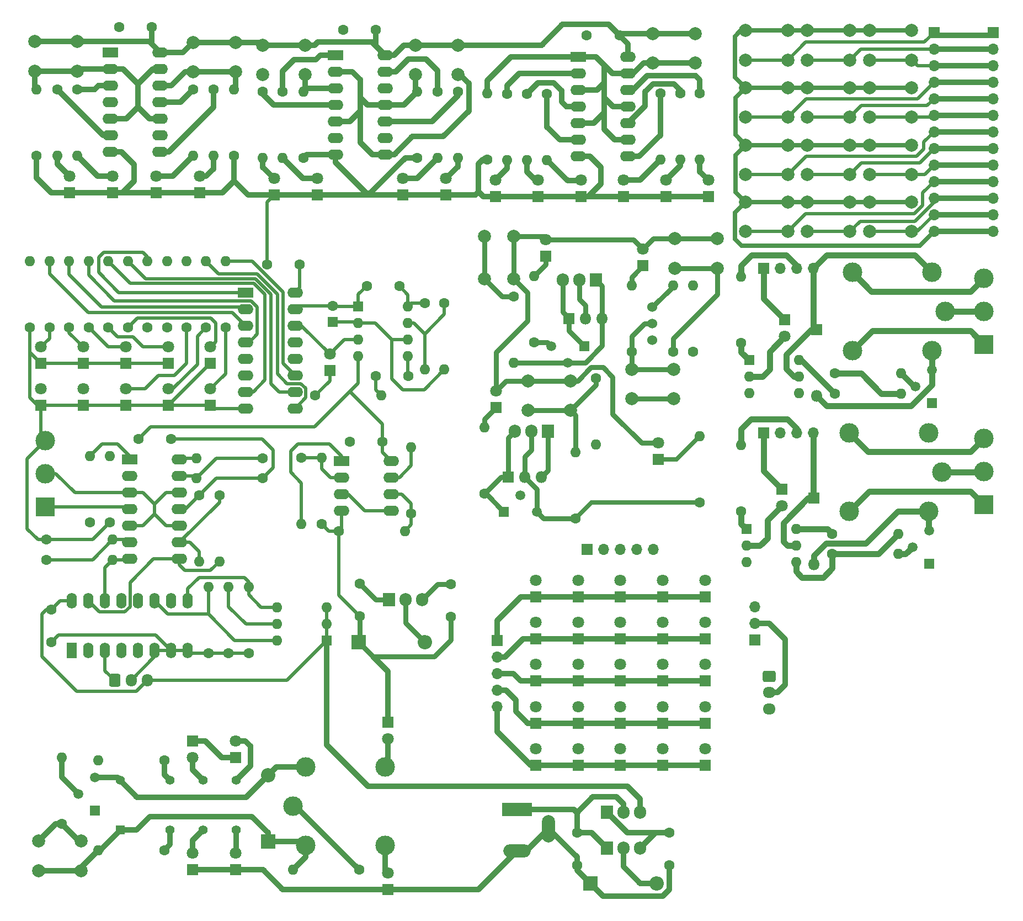
<source format=gbr>
%TF.GenerationSoftware,KiCad,Pcbnew,(6.0.8)*%
%TF.CreationDate,2023-03-21T03:17:03-04:00*%
%TF.ProjectId,pcb de prueba de dispositivos,70636220-6465-4207-9072-756562612064,rev?*%
%TF.SameCoordinates,Original*%
%TF.FileFunction,Copper,L2,Bot*%
%TF.FilePolarity,Positive*%
%FSLAX46Y46*%
G04 Gerber Fmt 4.6, Leading zero omitted, Abs format (unit mm)*
G04 Created by KiCad (PCBNEW (6.0.8)) date 2023-03-21 03:17:03*
%MOMM*%
%LPD*%
G01*
G04 APERTURE LIST*
G04 Aperture macros list*
%AMRoundRect*
0 Rectangle with rounded corners*
0 $1 Rounding radius*
0 $2 $3 $4 $5 $6 $7 $8 $9 X,Y pos of 4 corners*
0 Add a 4 corners polygon primitive as box body*
4,1,4,$2,$3,$4,$5,$6,$7,$8,$9,$2,$3,0*
0 Add four circle primitives for the rounded corners*
1,1,$1+$1,$2,$3*
1,1,$1+$1,$4,$5*
1,1,$1+$1,$6,$7*
1,1,$1+$1,$8,$9*
0 Add four rect primitives between the rounded corners*
20,1,$1+$1,$2,$3,$4,$5,0*
20,1,$1+$1,$4,$5,$6,$7,0*
20,1,$1+$1,$6,$7,$8,$9,0*
20,1,$1+$1,$8,$9,$2,$3,0*%
G04 Aperture macros list end*
%TA.AperFunction,ComponentPad*%
%ADD10R,2.400000X1.600000*%
%TD*%
%TA.AperFunction,ComponentPad*%
%ADD11O,2.400000X1.600000*%
%TD*%
%TA.AperFunction,ComponentPad*%
%ADD12C,1.600000*%
%TD*%
%TA.AperFunction,ComponentPad*%
%ADD13O,1.600000X1.600000*%
%TD*%
%TA.AperFunction,ComponentPad*%
%ADD14C,2.000000*%
%TD*%
%TA.AperFunction,ComponentPad*%
%ADD15R,1.800000X1.800000*%
%TD*%
%TA.AperFunction,ComponentPad*%
%ADD16C,1.800000*%
%TD*%
%TA.AperFunction,ComponentPad*%
%ADD17R,1.600000X1.600000*%
%TD*%
%TA.AperFunction,ComponentPad*%
%ADD18R,3.000000X3.000000*%
%TD*%
%TA.AperFunction,ComponentPad*%
%ADD19C,3.000000*%
%TD*%
%TA.AperFunction,ComponentPad*%
%ADD20R,2.200000X2.200000*%
%TD*%
%TA.AperFunction,ComponentPad*%
%ADD21O,2.200000X2.200000*%
%TD*%
%TA.AperFunction,ComponentPad*%
%ADD22R,1.600000X2.400000*%
%TD*%
%TA.AperFunction,ComponentPad*%
%ADD23O,1.600000X2.400000*%
%TD*%
%TA.AperFunction,ComponentPad*%
%ADD24R,1.905000X2.000000*%
%TD*%
%TA.AperFunction,ComponentPad*%
%ADD25O,1.905000X2.000000*%
%TD*%
%TA.AperFunction,ComponentPad*%
%ADD26R,1.500000X1.500000*%
%TD*%
%TA.AperFunction,ComponentPad*%
%ADD27C,1.500000*%
%TD*%
%TA.AperFunction,ComponentPad*%
%ADD28O,1.800000X1.800000*%
%TD*%
%TA.AperFunction,ComponentPad*%
%ADD29RoundRect,0.250000X-0.725000X0.600000X-0.725000X-0.600000X0.725000X-0.600000X0.725000X0.600000X0*%
%TD*%
%TA.AperFunction,ComponentPad*%
%ADD30O,1.950000X1.700000*%
%TD*%
%TA.AperFunction,ComponentPad*%
%ADD31R,1.700000X1.700000*%
%TD*%
%TA.AperFunction,ComponentPad*%
%ADD32O,1.700000X1.700000*%
%TD*%
%TA.AperFunction,ComponentPad*%
%ADD33C,1.524000*%
%TD*%
%TA.AperFunction,ComponentPad*%
%ADD34R,1.400000X1.400000*%
%TD*%
%TA.AperFunction,ComponentPad*%
%ADD35C,1.400000*%
%TD*%
%TA.AperFunction,ComponentPad*%
%ADD36RoundRect,0.250000X-0.600000X-0.725000X0.600000X-0.725000X0.600000X0.725000X-0.600000X0.725000X0*%
%TD*%
%TA.AperFunction,ComponentPad*%
%ADD37O,1.700000X1.950000*%
%TD*%
%TA.AperFunction,ComponentPad*%
%ADD38R,4.600000X2.000000*%
%TD*%
%TA.AperFunction,ComponentPad*%
%ADD39O,4.200000X2.000000*%
%TD*%
%TA.AperFunction,ComponentPad*%
%ADD40O,2.000000X4.200000*%
%TD*%
%TA.AperFunction,Conductor*%
%ADD41C,0.500000*%
%TD*%
%TA.AperFunction,Conductor*%
%ADD42C,0.850000*%
%TD*%
%TA.AperFunction,Conductor*%
%ADD43C,0.750000*%
%TD*%
%TA.AperFunction,Conductor*%
%ADD44C,0.650000*%
%TD*%
%TA.AperFunction,Conductor*%
%ADD45C,0.900000*%
%TD*%
G04 APERTURE END LIST*
D10*
%TO.P,U3,1*%
%TO.N,Net-(R13-Pad2)*%
X118400000Y-33800000D03*
D11*
%TO.P,U3,2*%
%TO.N,Net-(R14-Pad1)*%
X118400000Y-36340000D03*
%TO.P,U3,3*%
%TO.N,Net-(R13-Pad2)*%
X118400000Y-38880000D03*
%TO.P,U3,4*%
%TO.N,Net-(R15-Pad1)*%
X118400000Y-41420000D03*
%TO.P,U3,5*%
%TO.N,Net-(R13-Pad2)*%
X118400000Y-43960000D03*
%TO.P,U3,6*%
%TO.N,Net-(R16-Pad1)*%
X118400000Y-46500000D03*
%TO.P,U3,7,GND*%
%TO.N,GND*%
X118400000Y-49040000D03*
%TO.P,U3,8*%
%TO.N,Net-(R17-Pad1)*%
X126020000Y-49040000D03*
%TO.P,U3,9*%
%TO.N,Net-(R13-Pad2)*%
X126020000Y-46500000D03*
%TO.P,U3,10*%
%TO.N,Net-(R18-Pad1)*%
X126020000Y-43960000D03*
%TO.P,U3,11*%
%TO.N,Net-(R13-Pad2)*%
X126020000Y-41420000D03*
%TO.P,U3,12*%
%TO.N,Net-(R19-Pad1)*%
X126020000Y-38880000D03*
%TO.P,U3,13*%
%TO.N,Net-(R13-Pad2)*%
X126020000Y-36340000D03*
%TO.P,U3,14,VCC*%
%TO.N,+5V*%
X126020000Y-33800000D03*
%TD*%
D12*
%TO.P,R24,1*%
%TO.N,Net-(D16-Pad2)*%
X64250000Y-75275000D03*
D13*
%TO.P,R24,2*%
%TO.N,Net-(R24-Pad2)*%
X64250000Y-65115000D03*
%TD*%
D14*
%TO.P,SW5,1,1*%
%TO.N,+5V*%
X129825000Y-30200000D03*
X136325000Y-30200000D03*
%TO.P,SW5,2,2*%
%TO.N,Net-(R13-Pad2)*%
X129825000Y-34700000D03*
X136325000Y-34700000D03*
%TD*%
%TO.P,SW7,1,1*%
%TO.N,Net-(R34-Pad1)*%
X104000000Y-67840000D03*
X104000000Y-61340000D03*
%TO.P,SW7,2,2*%
%TO.N,+5V*%
X108500000Y-67840000D03*
X108500000Y-61340000D03*
%TD*%
D15*
%TO.P,D38,1,K*%
%TO.N,GND*%
X59200000Y-138650000D03*
D16*
%TO.P,D38,2,A*%
%TO.N,Net-(D38-Pad2)*%
X59200000Y-141190000D03*
%TD*%
D14*
%TO.P,SW15,1,1*%
%TO.N,Net-(J10-Pad13)*%
X150540000Y-56070000D03*
X144040000Y-56070000D03*
%TO.P,SW15,2,2*%
%TO.N,Net-(J10-Pad10)*%
X144040000Y-60570000D03*
X150540000Y-60570000D03*
%TD*%
D12*
%TO.P,R5,1*%
%TO.N,Net-(R5-Pad1)*%
X62375000Y-38770000D03*
D13*
%TO.P,R5,2*%
%TO.N,Net-(D3-Pad2)*%
X62375000Y-48930000D03*
%TD*%
D14*
%TO.P,SW21,1,1*%
%TO.N,Net-(J10-Pad13)*%
X163040000Y-38550000D03*
X169540000Y-38550000D03*
%TO.P,SW21,2,2*%
%TO.N,Net-(J10-Pad6)*%
X169540000Y-43050000D03*
X163040000Y-43050000D03*
%TD*%
D15*
%TO.P,D26,1,K*%
%TO.N,Net-(D26-Pad1)*%
X128300000Y-65800000D03*
D16*
%TO.P,D26,2,A*%
%TO.N,+5V*%
X128300000Y-63260000D03*
%TD*%
D12*
%TO.P,R58,1*%
%TO.N,GND*%
X64725000Y-125230000D03*
D13*
%TO.P,R58,2*%
%TO.N,Net-(R58-Pad2)*%
X64725000Y-115070000D03*
%TD*%
D12*
%TO.P,C7,1*%
%TO.N,GND*%
X119675000Y-30500000D03*
%TO.P,C7,2*%
%TO.N,+5V*%
X124675000Y-30500000D03*
%TD*%
%TO.P,R49,1*%
%TO.N,Net-(R47-Pad2)*%
X63325000Y-100995000D03*
D13*
%TO.P,R49,2*%
%TO.N,/OPAMS Y REGULADO/c*%
X63325000Y-111155000D03*
%TD*%
D12*
%TO.P,R16,1*%
%TO.N,Net-(R16-Pad1)*%
X113575000Y-39445000D03*
D13*
%TO.P,R16,2*%
%TO.N,Net-(D11-Pad2)*%
X113575000Y-49605000D03*
%TD*%
D15*
%TO.P,D45,1,K*%
%TO.N,Net-(D40-Pad1)*%
X118340000Y-116590000D03*
D16*
%TO.P,D45,2,A*%
%TO.N,Net-(D45-Pad2)*%
X118340000Y-114050000D03*
%TD*%
D15*
%TO.P,D12,1,K*%
%TO.N,GND*%
X125275000Y-55200000D03*
D16*
%TO.P,D12,2,A*%
%TO.N,Net-(D12-Pad2)*%
X125275000Y-52660000D03*
%TD*%
D15*
%TO.P,D1,1,K*%
%TO.N,GND*%
X46925000Y-54600000D03*
D16*
%TO.P,D1,2,A*%
%TO.N,Net-(D1-Pad2)*%
X46925000Y-52060000D03*
%TD*%
D17*
%TO.P,U11,1*%
%TO.N,Net-(R62-Pad1)*%
X144612500Y-80285000D03*
D13*
%TO.P,U11,2*%
%TO.N,Net-(D65-Pad2)*%
X144612500Y-82825000D03*
%TO.P,U11,3,NC*%
%TO.N,unconnected-(U11-Pad3)*%
X144612500Y-85365000D03*
%TO.P,U11,4*%
%TO.N,Net-(R63-Pad1)*%
X152232500Y-85365000D03*
%TO.P,U11,5*%
%TO.N,/modulo_4_rele/Vcc fuente*%
X152232500Y-82825000D03*
%TO.P,U11,6*%
%TO.N,Net-(R66-Pad1)*%
X152232500Y-80285000D03*
%TD*%
D15*
%TO.P,D55,1,K*%
%TO.N,Net-(D40-Pad1)*%
X131340000Y-116590000D03*
D16*
%TO.P,D55,2,A*%
%TO.N,Net-(D55-Pad2)*%
X131340000Y-114050000D03*
%TD*%
D12*
%TO.P,R9,1*%
%TO.N,Net-(R9-Pad1)*%
X73025000Y-39145000D03*
D13*
%TO.P,R9,2*%
%TO.N,Net-(D5-Pad2)*%
X73025000Y-49305000D03*
%TD*%
D12*
%TO.P,C12,1*%
%TO.N,Net-(C12-Pad1)*%
X132355000Y-152775000D03*
%TO.P,C12,2*%
%TO.N,GND*%
X132355000Y-157775000D03*
%TD*%
D15*
%TO.P,D19,1,K*%
%TO.N,GND*%
X42425000Y-87250000D03*
D16*
%TO.P,D19,2,A*%
%TO.N,Net-(D19-Pad2)*%
X42425000Y-84710000D03*
%TD*%
D12*
%TO.P,R47,1*%
%TO.N,GND*%
X60225000Y-100995000D03*
D13*
%TO.P,R47,2*%
%TO.N,Net-(R47-Pad2)*%
X60225000Y-111155000D03*
%TD*%
D12*
%TO.P,R12,1*%
%TO.N,Net-(R12-Pad1)*%
X96750000Y-39115000D03*
D13*
%TO.P,R12,2*%
%TO.N,Net-(D8-Pad2)*%
X96750000Y-49275000D03*
%TD*%
D18*
%TO.P,J7,1,Pin_1*%
%TO.N,Net-(J7-Pad1)*%
X180625000Y-77855000D03*
D19*
%TO.P,J7,2,Pin_2*%
%TO.N,Net-(J7-Pad2)*%
X180625000Y-72775000D03*
%TO.P,J7,3,Pin_3*%
%TO.N,Net-(J7-Pad3)*%
X180625000Y-67695000D03*
%TD*%
D18*
%TO.P,RV2,1,1*%
%TO.N,+5V*%
X36600000Y-102755000D03*
D19*
%TO.P,RV2,2,2*%
%TO.N,Net-(RV2-Pad2)*%
X36600000Y-97675000D03*
%TO.P,RV2,3,3*%
%TO.N,GND*%
X36600000Y-92595000D03*
%TD*%
D14*
%TO.P,SW10,1,1*%
%TO.N,+12V*%
X42050000Y-158550000D03*
X35550000Y-158550000D03*
%TO.P,SW10,2,2*%
%TO.N,Net-(R38-Pad1)*%
X42050000Y-154050000D03*
X35550000Y-154050000D03*
%TD*%
D12*
%TO.P,R54,1*%
%TO.N,Net-(R52-Pad2)*%
X36790000Y-110925000D03*
D13*
%TO.P,R54,2*%
%TO.N,/OPAMS Y REGULADO/b*%
X46950000Y-110925000D03*
%TD*%
D12*
%TO.P,R51,1*%
%TO.N,GND*%
X81620000Y-106475000D03*
D13*
%TO.P,R51,2*%
%TO.N,Net-(R51-Pad2)*%
X91780000Y-106475000D03*
%TD*%
D12*
%TO.P,R41,1*%
%TO.N,Net-(R40-Pad2)*%
X121075000Y-83095000D03*
D13*
%TO.P,R41,2*%
%TO.N,Net-(Q4-Pad2)*%
X121075000Y-93255000D03*
%TD*%
D15*
%TO.P,D37,1,K*%
%TO.N,Net-(D37-Pad1)*%
X130650000Y-95525000D03*
D16*
%TO.P,D37,2,A*%
%TO.N,+5V*%
X130650000Y-92985000D03*
%TD*%
D12*
%TO.P,R50,1*%
%TO.N,GND*%
X79000000Y-105385000D03*
D13*
%TO.P,R50,2*%
%TO.N,Net-(R50-Pad2)*%
X79000000Y-95225000D03*
%TD*%
D12*
%TO.P,R2,1*%
%TO.N,GND*%
X65550000Y-48925000D03*
D13*
%TO.P,R2,2*%
%TO.N,Net-(R2-Pad2)*%
X65550000Y-38765000D03*
%TD*%
D12*
%TO.P,R31,1*%
%TO.N,Net-(D23-Pad2)*%
X43250000Y-75275000D03*
D13*
%TO.P,R31,2*%
%TO.N,Net-(R31-Pad2)*%
X43250000Y-65115000D03*
%TD*%
D12*
%TO.P,R21,1*%
%TO.N,Net-(R20-Pad2)*%
X97825000Y-71552500D03*
D13*
%TO.P,R21,2*%
%TO.N,Net-(C2-Pad1)*%
X97825000Y-81712500D03*
%TD*%
D20*
%TO.P,D30,1,K*%
%TO.N,+12V*%
X70750000Y-154075000D03*
D21*
%TO.P,D30,2,A*%
%TO.N,Net-(D30-Pad2)*%
X70750000Y-143915000D03*
%TD*%
D14*
%TO.P,SW14,1,1*%
%TO.N,Net-(J10-Pad13)*%
X144040000Y-47290000D03*
X150540000Y-47290000D03*
%TO.P,SW14,2,2*%
%TO.N,Net-(J10-Pad7)*%
X144040000Y-51790000D03*
X150540000Y-51790000D03*
%TD*%
D12*
%TO.P,R52,1*%
%TO.N,GND*%
X36790000Y-107825000D03*
D13*
%TO.P,R52,2*%
%TO.N,Net-(R52-Pad2)*%
X46950000Y-107825000D03*
%TD*%
D22*
%TO.P,U7,1,X4*%
%TO.N,/OPAMS Y REGULADO/e*%
X40675000Y-124825000D03*
D23*
%TO.P,U7,2,X6*%
%TO.N,/12v/g*%
X43215000Y-124825000D03*
%TO.P,U7,3,X*%
%TO.N,Net-(J1-Pad1)*%
X45755000Y-124825000D03*
%TO.P,U7,4,X7*%
%TO.N,/multiplexor/h*%
X48295000Y-124825000D03*
%TO.P,U7,5,X5*%
%TO.N,/OPAMS Y REGULADO/f*%
X50835000Y-124825000D03*
%TO.P,U7,6,INH*%
%TO.N,GND*%
X53375000Y-124825000D03*
%TO.P,U7,7,VEE*%
X55915000Y-124825000D03*
%TO.P,U7,8,VSS*%
X58455000Y-124825000D03*
%TO.P,U7,9,C*%
%TO.N,Net-(R59-Pad2)*%
X58455000Y-117205000D03*
%TO.P,U7,10,B*%
%TO.N,Net-(R58-Pad2)*%
X55915000Y-117205000D03*
%TO.P,U7,11,A*%
%TO.N,Net-(R57-Pad2)*%
X53375000Y-117205000D03*
%TO.P,U7,12,X3*%
%TO.N,/OPAMS Y REGULADO/d*%
X50835000Y-117205000D03*
%TO.P,U7,13,X0*%
%TO.N,/OPAMS Y REGULADO/a*%
X48295000Y-117205000D03*
%TO.P,U7,14,X1*%
%TO.N,/OPAMS Y REGULADO/b*%
X45755000Y-117205000D03*
%TO.P,U7,15,X2*%
%TO.N,/OPAMS Y REGULADO/c*%
X43215000Y-117205000D03*
%TO.P,U7,16,VDD*%
%TO.N,+5V*%
X40675000Y-117205000D03*
%TD*%
D12*
%TO.P,C4,1*%
%TO.N,+5V*%
X75600000Y-65600000D03*
%TO.P,C4,2*%
%TO.N,GND*%
X70600000Y-65600000D03*
%TD*%
%TO.P,R35,1*%
%TO.N,Net-(R35-Pad1)*%
X132900000Y-79005000D03*
D13*
%TO.P,R35,2*%
%TO.N,Net-(D27-Pad1)*%
X132900000Y-68845000D03*
%TD*%
D18*
%TO.P,J9,1,Pin_1*%
%TO.N,Net-(J9-Pad1)*%
X180625000Y-102480000D03*
D19*
%TO.P,J9,2,Pin_2*%
%TO.N,Net-(J9-Pad2)*%
X180625000Y-97400000D03*
%TO.P,J9,3,Pin_3*%
%TO.N,Net-(J9-Pad3)*%
X180625000Y-92320000D03*
%TD*%
D12*
%TO.P,C13,1*%
%TO.N,+12V*%
X84875000Y-114575000D03*
%TO.P,C13,2*%
%TO.N,GND*%
X84875000Y-119575000D03*
%TD*%
D24*
%TO.P,U9,1,VI*%
%TO.N,+12V*%
X122765000Y-155120000D03*
D25*
%TO.P,U9,2,GND*%
%TO.N,Net-(D29-Pad2)*%
X125305000Y-155120000D03*
%TO.P,U9,3,VO*%
%TO.N,Net-(C12-Pad1)*%
X127845000Y-155120000D03*
%TD*%
D12*
%TO.P,R65,1*%
%TO.N,Net-(R65-Pad1)*%
X157350000Y-110000000D03*
D13*
%TO.P,R65,2*%
%TO.N,Net-(Q10-Pad2)*%
X167510000Y-110000000D03*
%TD*%
D26*
%TO.P,Q1,1,E*%
%TO.N,GND*%
X119315000Y-78145000D03*
D27*
%TO.P,Q1,2,B*%
%TO.N,Net-(Q1-Pad2)*%
X116775000Y-80685000D03*
%TO.P,Q1,3,C*%
%TO.N,Net-(Q1-Pad3)*%
X114235000Y-78145000D03*
%TD*%
D15*
%TO.P,D66,1,K*%
%TO.N,/modulo_4_rele/Vcc fuente*%
X154982500Y-75580000D03*
D28*
%TO.P,D66,2,A*%
%TO.N,Net-(D66-Pad2)*%
X154982500Y-85740000D03*
%TD*%
D15*
%TO.P,D20,1,K*%
%TO.N,GND*%
X35925000Y-87250000D03*
D16*
%TO.P,D20,2,A*%
%TO.N,Net-(D20-Pad2)*%
X35925000Y-84710000D03*
%TD*%
D15*
%TO.P,D32,1,K*%
%TO.N,GND*%
X89175000Y-135850000D03*
D16*
%TO.P,D32,2,A*%
%TO.N,Net-(D32-Pad2)*%
X89175000Y-138390000D03*
%TD*%
D15*
%TO.P,D36,1,K*%
%TO.N,GND*%
X65800000Y-158425000D03*
D16*
%TO.P,D36,2,A*%
%TO.N,Net-(D36-Pad2)*%
X65800000Y-155885000D03*
%TD*%
D12*
%TO.P,R44,1*%
%TO.N,Net-(K2-Pad13)*%
X54830000Y-141650000D03*
D13*
%TO.P,R44,2*%
%TO.N,+12V*%
X44670000Y-141650000D03*
%TD*%
D15*
%TO.P,D18,1,K*%
%TO.N,GND*%
X48925000Y-87250000D03*
D16*
%TO.P,D18,2,A*%
%TO.N,Net-(D18-Pad2)*%
X48925000Y-84710000D03*
%TD*%
D15*
%TO.P,D44,1,K*%
%TO.N,Net-(D44-Pad1)*%
X111840000Y-142390000D03*
D16*
%TO.P,D44,2,A*%
%TO.N,Net-(D40-Pad2)*%
X111840000Y-139850000D03*
%TD*%
D12*
%TO.P,R38,1*%
%TO.N,Net-(R38-Pad1)*%
X39100000Y-151385000D03*
D13*
%TO.P,R38,2*%
%TO.N,Net-(Q8-Pad2)*%
X39100000Y-141225000D03*
%TD*%
D14*
%TO.P,SW2,1,1*%
%TO.N,+5V*%
X59250000Y-31550000D03*
X65750000Y-31550000D03*
%TO.P,SW2,2,2*%
%TO.N,Net-(R2-Pad2)*%
X59250000Y-36050000D03*
X65750000Y-36050000D03*
%TD*%
D17*
%TO.P,SW11,1*%
%TO.N,+5V*%
X79792500Y-123250000D03*
D13*
%TO.P,SW11,2*%
X79792500Y-120710000D03*
%TO.P,SW11,3*%
X79792500Y-118170000D03*
%TO.P,SW11,4*%
%TO.N,Net-(R59-Pad2)*%
X72172500Y-118170000D03*
%TO.P,SW11,5*%
%TO.N,Net-(R58-Pad2)*%
X72172500Y-120710000D03*
%TO.P,SW11,6*%
%TO.N,Net-(R57-Pad2)*%
X72172500Y-123250000D03*
%TD*%
D15*
%TO.P,D8,1,K*%
%TO.N,GND*%
X91450000Y-54920000D03*
D16*
%TO.P,D8,2,A*%
%TO.N,Net-(D8-Pad2)*%
X91450000Y-52380000D03*
%TD*%
D14*
%TO.P,SW23,1,1*%
%TO.N,Net-(J10-Pad13)*%
X163040000Y-56070000D03*
X169540000Y-56070000D03*
%TO.P,SW23,2,2*%
%TO.N,Net-(J10-Pad12)*%
X169540000Y-60570000D03*
X163040000Y-60570000D03*
%TD*%
D12*
%TO.P,R40,1*%
%TO.N,GND*%
X117975000Y-104555000D03*
D13*
%TO.P,R40,2*%
%TO.N,Net-(R40-Pad2)*%
X117975000Y-94395000D03*
%TD*%
D15*
%TO.P,D11,1,K*%
%TO.N,GND*%
X118750000Y-55200000D03*
D16*
%TO.P,D11,2,A*%
%TO.N,Net-(D11-Pad2)*%
X118750000Y-52660000D03*
%TD*%
D29*
%TO.P,J20,1,Pin_1*%
%TO.N,Net-(J20-Pad1)*%
X147675000Y-128750000D03*
D30*
%TO.P,J20,2,Pin_2*%
%TO.N,Net-(J20-Pad2)*%
X147675000Y-131250000D03*
%TO.P,J20,3,Pin_3*%
%TO.N,Net-(J20-Pad3)*%
X147675000Y-133750000D03*
%TD*%
D12*
%TO.P,R57,1*%
%TO.N,GND*%
X61600000Y-125230000D03*
D13*
%TO.P,R57,2*%
%TO.N,Net-(R57-Pad2)*%
X61600000Y-115070000D03*
%TD*%
D12*
%TO.P,R60,1*%
%TO.N,Net-(R50-Pad2)*%
X75900000Y-95225000D03*
D13*
%TO.P,R60,2*%
%TO.N,/OPAMS Y REGULADO/e*%
X75900000Y-105385000D03*
%TD*%
D15*
%TO.P,D61,1,K*%
%TO.N,Net-(D41-Pad1)*%
X137840000Y-123040000D03*
D16*
%TO.P,D61,2,A*%
%TO.N,Net-(D60-Pad2)*%
X137840000Y-120500000D03*
%TD*%
D15*
%TO.P,D2,1,K*%
%TO.N,GND*%
X40275000Y-54600000D03*
D16*
%TO.P,D2,2,A*%
%TO.N,Net-(D2-Pad2)*%
X40275000Y-52060000D03*
%TD*%
D12*
%TO.P,C11,1*%
%TO.N,+12V*%
X118180000Y-152775000D03*
%TO.P,C11,2*%
%TO.N,GND*%
X118180000Y-157775000D03*
%TD*%
D15*
%TO.P,D56,1,K*%
%TO.N,Net-(D41-Pad1)*%
X131340000Y-123040000D03*
D16*
%TO.P,D56,2,A*%
%TO.N,Net-(D55-Pad2)*%
X131340000Y-120500000D03*
%TD*%
D31*
%TO.P,J11,1,Pin_1*%
%TO.N,Net-(J20-Pad3)*%
X145500000Y-123180000D03*
D32*
%TO.P,J11,2,Pin_2*%
%TO.N,Net-(J20-Pad2)*%
X145500000Y-120640000D03*
%TO.P,J11,3,Pin_3*%
%TO.N,Net-(J20-Pad1)*%
X145500000Y-118100000D03*
%TD*%
D12*
%TO.P,R56,1*%
%TO.N,GND*%
X135975000Y-79030000D03*
D13*
%TO.P,R56,2*%
%TO.N,Net-(D27-Pad1)*%
X135975000Y-68870000D03*
%TD*%
D12*
%TO.P,R27,1*%
%TO.N,Net-(D19-Pad2)*%
X55250000Y-75275000D03*
D13*
%TO.P,R27,2*%
%TO.N,Net-(R27-Pad2)*%
X55250000Y-65115000D03*
%TD*%
D15*
%TO.P,D14,1,K*%
%TO.N,GND*%
X138325000Y-55200000D03*
D16*
%TO.P,D14,2,A*%
%TO.N,Net-(D14-Pad2)*%
X138325000Y-52660000D03*
%TD*%
D12*
%TO.P,R63,1*%
%TO.N,Net-(R63-Pad1)*%
X157727500Y-82290000D03*
D13*
%TO.P,R63,2*%
%TO.N,Net-(Q9-Pad2)*%
X167887500Y-82290000D03*
%TD*%
D12*
%TO.P,C10,1*%
%TO.N,GND*%
X83325000Y-92825000D03*
%TO.P,C10,2*%
%TO.N,+5V*%
X88325000Y-92825000D03*
%TD*%
D15*
%TO.P,D4,1,K*%
%TO.N,GND*%
X53600000Y-54625000D03*
D16*
%TO.P,D4,2,A*%
%TO.N,Net-(D4-Pad2)*%
X53600000Y-52085000D03*
%TD*%
D24*
%TO.P,Q3,1,B*%
%TO.N,Net-(Q1-Pad2)*%
X121055000Y-67970000D03*
D25*
%TO.P,Q3,2,C*%
%TO.N,Net-(Q1-Pad3)*%
X118515000Y-67970000D03*
%TO.P,Q3,3,E*%
%TO.N,GND*%
X115975000Y-67970000D03*
%TD*%
D12*
%TO.P,R62,1*%
%TO.N,Net-(R62-Pad1)*%
X143375000Y-77630000D03*
D13*
%TO.P,R62,2*%
%TO.N,/modulo_4_rele/+ arduino*%
X143375000Y-67470000D03*
%TD*%
D20*
%TO.P,D29,1,K*%
%TO.N,GND*%
X120200000Y-160500000D03*
D21*
%TO.P,D29,2,A*%
%TO.N,Net-(D29-Pad2)*%
X130360000Y-160500000D03*
%TD*%
D15*
%TO.P,D59,1,K*%
%TO.N,Net-(D44-Pad1)*%
X131340000Y-142390000D03*
D16*
%TO.P,D59,2,A*%
%TO.N,Net-(D55-Pad2)*%
X131340000Y-139850000D03*
%TD*%
D17*
%TO.P,U12,1*%
%TO.N,Net-(R64-Pad1)*%
X144150000Y-106175000D03*
D13*
%TO.P,U12,2*%
%TO.N,Net-(D67-Pad2)*%
X144150000Y-108715000D03*
%TO.P,U12,3,NC*%
%TO.N,unconnected-(U12-Pad3)*%
X144150000Y-111255000D03*
%TO.P,U12,4*%
%TO.N,Net-(R65-Pad1)*%
X151770000Y-111255000D03*
%TO.P,U12,5*%
%TO.N,Net-(D68-Pad1)*%
X151770000Y-108715000D03*
%TO.P,U12,6*%
%TO.N,Net-(R67-Pad1)*%
X151770000Y-106175000D03*
%TD*%
D12*
%TO.P,R39,1*%
%TO.N,Net-(K1-Pad11)*%
X84775000Y-158450000D03*
D13*
%TO.P,R39,2*%
%TO.N,+12V*%
X74615000Y-158450000D03*
%TD*%
D12*
%TO.P,R13,1*%
%TO.N,GND*%
X104400000Y-49555000D03*
D13*
%TO.P,R13,2*%
%TO.N,Net-(R13-Pad2)*%
X104400000Y-39395000D03*
%TD*%
D14*
%TO.P,SW8,1,1*%
%TO.N,Net-(D27-Pad2)*%
X126550000Y-81675000D03*
X133050000Y-81675000D03*
%TO.P,SW8,2,2*%
%TO.N,GND*%
X126550000Y-86175000D03*
X133050000Y-86175000D03*
%TD*%
%TO.P,SW17,1,1*%
%TO.N,Net-(J10-Pad13)*%
X160040000Y-38550000D03*
X153540000Y-38550000D03*
%TO.P,SW17,2,2*%
%TO.N,Net-(J10-Pad5)*%
X160040000Y-43050000D03*
X153540000Y-43050000D03*
%TD*%
D15*
%TO.P,D7,1,K*%
%TO.N,GND*%
X98075000Y-54945000D03*
D16*
%TO.P,D7,2,A*%
%TO.N,Net-(D7-Pad2)*%
X98075000Y-52405000D03*
%TD*%
D15*
%TO.P,D5,1,K*%
%TO.N,GND*%
X78300000Y-54975000D03*
D16*
%TO.P,D5,2,A*%
%TO.N,Net-(D5-Pad2)*%
X78300000Y-52435000D03*
%TD*%
D33*
%TO.P,D27,1,G*%
%TO.N,Net-(D27-Pad1)*%
X129732000Y-72135000D03*
%TO.P,D27,2,A*%
%TO.N,Net-(D27-Pad2)*%
X129732000Y-74675000D03*
%TO.P,D27,3,K*%
%TO.N,GND*%
X129732000Y-77215000D03*
%TD*%
D10*
%TO.P,U2,1*%
%TO.N,Net-(R9-Pad1)*%
X81075000Y-33495000D03*
D11*
%TO.P,U2,2*%
%TO.N,Net-(R8-Pad2)*%
X81075000Y-36035000D03*
%TO.P,U2,3*%
%TO.N,Net-(R7-Pad2)*%
X81075000Y-38575000D03*
%TO.P,U2,4*%
%TO.N,Net-(R10-Pad1)*%
X81075000Y-41115000D03*
%TO.P,U2,5*%
%TO.N,Net-(R8-Pad2)*%
X81075000Y-43655000D03*
%TO.P,U2,6*%
%TO.N,Net-(R7-Pad2)*%
X81075000Y-46195000D03*
%TO.P,U2,7,GND*%
%TO.N,GND*%
X81075000Y-48735000D03*
%TO.P,U2,8*%
%TO.N,Net-(R8-Pad2)*%
X88695000Y-48735000D03*
%TO.P,U2,9*%
%TO.N,Net-(R7-Pad2)*%
X88695000Y-46195000D03*
%TO.P,U2,10*%
%TO.N,Net-(R11-Pad1)*%
X88695000Y-43655000D03*
%TO.P,U2,11*%
%TO.N,Net-(R8-Pad2)*%
X88695000Y-41115000D03*
%TO.P,U2,12*%
%TO.N,Net-(R7-Pad2)*%
X88695000Y-38575000D03*
%TO.P,U2,13*%
%TO.N,Net-(R12-Pad1)*%
X88695000Y-36035000D03*
%TO.P,U2,14,VCC*%
%TO.N,+5V*%
X88695000Y-33495000D03*
%TD*%
D12*
%TO.P,R67,1*%
%TO.N,Net-(R67-Pad1)*%
X157350000Y-106900000D03*
D13*
%TO.P,R67,2*%
%TO.N,Net-(R65-Pad1)*%
X167510000Y-106900000D03*
%TD*%
D15*
%TO.P,D51,1,K*%
%TO.N,Net-(D41-Pad1)*%
X124840000Y-123040000D03*
D16*
%TO.P,D51,2,A*%
%TO.N,Net-(D50-Pad2)*%
X124840000Y-120500000D03*
%TD*%
D12*
%TO.P,R11,1*%
%TO.N,Net-(R11-Pad1)*%
X99875000Y-39140000D03*
D13*
%TO.P,R11,2*%
%TO.N,Net-(D7-Pad2)*%
X99875000Y-49300000D03*
%TD*%
D15*
%TO.P,D16,1,K*%
%TO.N,GND*%
X61925000Y-87250000D03*
D16*
%TO.P,D16,2,A*%
%TO.N,Net-(D16-Pad2)*%
X61925000Y-84710000D03*
%TD*%
D17*
%TO.P,C2,1*%
%TO.N,Net-(C2-Pad1)*%
X80725000Y-74457612D03*
D12*
%TO.P,C2,2*%
%TO.N,GND*%
X80725000Y-71957612D03*
%TD*%
%TO.P,R48,1*%
%TO.N,Net-(R46-Pad2)*%
X43400000Y-105155000D03*
D13*
%TO.P,R48,2*%
%TO.N,/OPAMS Y REGULADO/a*%
X43400000Y-94995000D03*
%TD*%
D15*
%TO.P,D54,1,K*%
%TO.N,Net-(D44-Pad1)*%
X124840000Y-142390000D03*
D16*
%TO.P,D54,2,A*%
%TO.N,Net-(D50-Pad2)*%
X124840000Y-139850000D03*
%TD*%
D24*
%TO.P,U10,1,IN*%
%TO.N,+12V*%
X89350000Y-116975000D03*
D25*
%TO.P,U10,2,GND*%
%TO.N,Net-(D31-Pad2)*%
X91890000Y-116975000D03*
%TO.P,U10,3,OUT*%
%TO.N,/12v/g*%
X94430000Y-116975000D03*
%TD*%
D15*
%TO.P,D41,1,K*%
%TO.N,Net-(D41-Pad1)*%
X111840000Y-123040000D03*
D16*
%TO.P,D41,2,A*%
%TO.N,Net-(D40-Pad2)*%
X111840000Y-120500000D03*
%TD*%
D15*
%TO.P,D58,1,K*%
%TO.N,Net-(D43-Pad1)*%
X131340000Y-135940000D03*
D16*
%TO.P,D58,2,A*%
%TO.N,Net-(D55-Pad2)*%
X131340000Y-133400000D03*
%TD*%
D14*
%TO.P,SW22,1,1*%
%TO.N,Net-(J10-Pad13)*%
X169540000Y-47290000D03*
X163040000Y-47290000D03*
%TO.P,SW22,2,2*%
%TO.N,Net-(J10-Pad9)*%
X163040000Y-51790000D03*
X169540000Y-51790000D03*
%TD*%
D17*
%TO.P,U4,1,GND*%
%TO.N,GND*%
X84625000Y-72052500D03*
D13*
%TO.P,U4,2,TR*%
%TO.N,Net-(C2-Pad1)*%
X84625000Y-74592500D03*
%TO.P,U4,3,Q*%
%TO.N,Net-(D15-Pad2)*%
X84625000Y-77132500D03*
%TO.P,U4,4,R*%
%TO.N,+5V*%
X84625000Y-79672500D03*
%TO.P,U4,5,CV*%
%TO.N,Net-(C3-Pad1)*%
X92245000Y-79672500D03*
%TO.P,U4,6,THR*%
%TO.N,Net-(C2-Pad1)*%
X92245000Y-77132500D03*
%TO.P,U4,7,DIS*%
%TO.N,Net-(R20-Pad2)*%
X92245000Y-74592500D03*
%TO.P,U4,8,VCC*%
%TO.N,+5V*%
X92245000Y-72052500D03*
%TD*%
D31*
%TO.P,J4,1,Pin_1*%
%TO.N,Net-(D40-Pad1)*%
X105915000Y-123280000D03*
D32*
%TO.P,J4,2,Pin_2*%
%TO.N,Net-(D41-Pad1)*%
X105915000Y-125820000D03*
%TO.P,J4,3,Pin_3*%
%TO.N,Net-(D42-Pad1)*%
X105915000Y-128360000D03*
%TO.P,J4,4,Pin_4*%
%TO.N,Net-(D43-Pad1)*%
X105915000Y-130900000D03*
%TO.P,J4,5,Pin_5*%
%TO.N,Net-(D44-Pad1)*%
X105915000Y-133440000D03*
%TD*%
D12*
%TO.P,R14,1*%
%TO.N,Net-(R14-Pad1)*%
X107450000Y-39420000D03*
D13*
%TO.P,R14,2*%
%TO.N,Net-(D9-Pad2)*%
X107450000Y-49580000D03*
%TD*%
D34*
%TO.P,K2,1*%
%TO.N,+12V*%
X48100000Y-152350000D03*
D35*
%TO.P,K2,4*%
%TO.N,Net-(K2-Pad4)*%
X55720000Y-152350000D03*
%TO.P,K2,6*%
%TO.N,Net-(D35-Pad2)*%
X60800000Y-152350000D03*
%TO.P,K2,8*%
%TO.N,Net-(D36-Pad2)*%
X65880000Y-152350000D03*
%TO.P,K2,9*%
%TO.N,Net-(D39-Pad2)*%
X65880000Y-144730000D03*
%TO.P,K2,11*%
%TO.N,Net-(D38-Pad2)*%
X60800000Y-144730000D03*
%TO.P,K2,13*%
%TO.N,Net-(K2-Pad13)*%
X55720000Y-144730000D03*
%TO.P,K2,16*%
%TO.N,Net-(D30-Pad2)*%
X48100000Y-144730000D03*
%TD*%
D12*
%TO.P,R25,1*%
%TO.N,Net-(D17-Pad2)*%
X61250000Y-75275000D03*
D13*
%TO.P,R25,2*%
%TO.N,Net-(R25-Pad2)*%
X61250000Y-65115000D03*
%TD*%
D24*
%TO.P,Q6,1,B*%
%TO.N,Net-(Q4-Pad2)*%
X113715000Y-91230000D03*
D25*
%TO.P,Q6,2,C*%
%TO.N,GND*%
X111175000Y-91230000D03*
%TO.P,Q6,3,E*%
%TO.N,Net-(Q4-Pad1)*%
X108635000Y-91230000D03*
%TD*%
D10*
%TO.P,U8,1*%
%TO.N,/OPAMS Y REGULADO/e*%
X82025000Y-95725000D03*
D11*
%TO.P,U8,2,-*%
%TO.N,Net-(R50-Pad2)*%
X82025000Y-98265000D03*
%TO.P,U8,3,+*%
%TO.N,Net-(RV2-Pad2)*%
X82025000Y-100805000D03*
%TO.P,U8,4,V-*%
%TO.N,GND*%
X82025000Y-103345000D03*
%TO.P,U8,5,+*%
%TO.N,Net-(RV2-Pad2)*%
X89645000Y-103345000D03*
%TO.P,U8,6,-*%
%TO.N,Net-(R51-Pad2)*%
X89645000Y-100805000D03*
%TO.P,U8,7*%
%TO.N,/OPAMS Y REGULADO/f*%
X89645000Y-98265000D03*
%TO.P,U8,8,V+*%
%TO.N,+5V*%
X89645000Y-95725000D03*
%TD*%
D15*
%TO.P,D67,1,K*%
%TO.N,Net-(D67-Pad1)*%
X149600000Y-100050000D03*
D16*
%TO.P,D67,2,A*%
%TO.N,Net-(D67-Pad2)*%
X149600000Y-102590000D03*
%TD*%
D15*
%TO.P,D9,1,K*%
%TO.N,GND*%
X105700000Y-55200000D03*
D16*
%TO.P,D9,2,A*%
%TO.N,Net-(D9-Pad2)*%
X105700000Y-52660000D03*
%TD*%
D15*
%TO.P,D62,1,K*%
%TO.N,Net-(D42-Pad1)*%
X137840000Y-129490000D03*
D16*
%TO.P,D62,2,A*%
%TO.N,Net-(D60-Pad2)*%
X137840000Y-126950000D03*
%TD*%
D12*
%TO.P,C6,1*%
%TO.N,GND*%
X82325000Y-29595000D03*
%TO.P,C6,2*%
%TO.N,+5V*%
X87325000Y-29595000D03*
%TD*%
D19*
%TO.P,K4,11*%
%TO.N,Net-(J9-Pad2)*%
X174150000Y-97475000D03*
%TO.P,K4,12*%
%TO.N,Net-(J9-Pad1)*%
X159950000Y-103475000D03*
%TO.P,K4,14*%
%TO.N,Net-(J9-Pad3)*%
X159950000Y-91475000D03*
%TO.P,K4,A1*%
%TO.N,Net-(D68-Pad1)*%
X172150000Y-91475000D03*
%TO.P,K4,A2*%
%TO.N,Net-(D68-Pad2)*%
X172150000Y-103475000D03*
%TD*%
D14*
%TO.P,SW6,1,1*%
%TO.N,Net-(R35-Pad1)*%
X133175000Y-66175000D03*
X139675000Y-66175000D03*
%TO.P,SW6,2,2*%
%TO.N,+5V*%
X139675000Y-61675000D03*
X133175000Y-61675000D03*
%TD*%
D31*
%TO.P,J10,1,Pin_1*%
%TO.N,Net-(J10-Pad1)*%
X182050000Y-30050000D03*
D32*
%TO.P,J10,2,Pin_2*%
%TO.N,Net-(J10-Pad2)*%
X182050000Y-32590000D03*
%TO.P,J10,3,Pin_3*%
%TO.N,Net-(J10-Pad3)*%
X182050000Y-35130000D03*
%TO.P,J10,4,Pin_4*%
%TO.N,Net-(J10-Pad4)*%
X182050000Y-37670000D03*
%TO.P,J10,5,Pin_5*%
%TO.N,Net-(J10-Pad5)*%
X182050000Y-40210000D03*
%TO.P,J10,6,Pin_6*%
%TO.N,Net-(J10-Pad6)*%
X182050000Y-42750000D03*
%TO.P,J10,7,Pin_7*%
%TO.N,Net-(J10-Pad7)*%
X182050000Y-45290000D03*
%TO.P,J10,8,Pin_8*%
%TO.N,Net-(J10-Pad8)*%
X182050000Y-47830000D03*
%TO.P,J10,9,Pin_9*%
%TO.N,Net-(J10-Pad9)*%
X182050000Y-50370000D03*
%TO.P,J10,10,Pin_10*%
%TO.N,Net-(J10-Pad10)*%
X182050000Y-52910000D03*
%TO.P,J10,11,Pin_11*%
%TO.N,Net-(J10-Pad11)*%
X182050000Y-55450000D03*
%TO.P,J10,12,Pin_12*%
%TO.N,Net-(J10-Pad12)*%
X182050000Y-57990000D03*
%TO.P,J10,13,Pin_13*%
%TO.N,Net-(J10-Pad13)*%
X182050000Y-60530000D03*
%TD*%
D12*
%TO.P,R29,1*%
%TO.N,Net-(D21-Pad2)*%
X49250000Y-75280000D03*
D13*
%TO.P,R29,2*%
%TO.N,Net-(R29-Pad2)*%
X49250000Y-65120000D03*
%TD*%
D15*
%TO.P,D35,1,K*%
%TO.N,GND*%
X59225000Y-158425000D03*
D16*
%TO.P,D35,2,A*%
%TO.N,Net-(D35-Pad2)*%
X59225000Y-155885000D03*
%TD*%
D15*
%TO.P,D48,1,K*%
%TO.N,Net-(D43-Pad1)*%
X118340000Y-135940000D03*
D16*
%TO.P,D48,2,A*%
%TO.N,Net-(D45-Pad2)*%
X118340000Y-133400000D03*
%TD*%
D15*
%TO.P,D53,1,K*%
%TO.N,Net-(D43-Pad1)*%
X124840000Y-135940000D03*
D16*
%TO.P,D53,2,A*%
%TO.N,Net-(D50-Pad2)*%
X124840000Y-133400000D03*
%TD*%
D12*
%TO.P,R18,1*%
%TO.N,Net-(R18-Pad1)*%
X134000000Y-39395000D03*
D13*
%TO.P,R18,2*%
%TO.N,Net-(D13-Pad2)*%
X134000000Y-49555000D03*
%TD*%
D12*
%TO.P,C1,1*%
%TO.N,GND*%
X85925000Y-68927500D03*
%TO.P,C1,2*%
%TO.N,+5V*%
X90925000Y-68927500D03*
%TD*%
%TO.P,C14,1*%
%TO.N,/12v/g*%
X98800000Y-114625000D03*
%TO.P,C14,2*%
%TO.N,GND*%
X98800000Y-119625000D03*
%TD*%
D15*
%TO.P,D46,1,K*%
%TO.N,Net-(D41-Pad1)*%
X118340000Y-123040000D03*
D16*
%TO.P,D46,2,A*%
%TO.N,Net-(D45-Pad2)*%
X118340000Y-120500000D03*
%TD*%
D20*
%TO.P,D31,1,K*%
%TO.N,GND*%
X84695000Y-123500000D03*
D21*
%TO.P,D31,2,A*%
%TO.N,Net-(D31-Pad2)*%
X94855000Y-123500000D03*
%TD*%
D15*
%TO.P,D49,1,K*%
%TO.N,Net-(D44-Pad1)*%
X118340000Y-142390000D03*
D16*
%TO.P,D49,2,A*%
%TO.N,Net-(D45-Pad2)*%
X118340000Y-139850000D03*
%TD*%
D10*
%TO.P,U5,1,Q5*%
%TO.N,Net-(R28-Pad2)*%
X67275000Y-69900000D03*
D11*
%TO.P,U5,2,Q1*%
%TO.N,Net-(R32-Pad2)*%
X67275000Y-72440000D03*
%TO.P,U5,3,Q0*%
%TO.N,Net-(R33-Pad2)*%
X67275000Y-74980000D03*
%TO.P,U5,4,Q2*%
%TO.N,Net-(R31-Pad2)*%
X67275000Y-77520000D03*
%TO.P,U5,5,Q6*%
%TO.N,Net-(R27-Pad2)*%
X67275000Y-80060000D03*
%TO.P,U5,6,Q7*%
%TO.N,Net-(R26-Pad2)*%
X67275000Y-82600000D03*
%TO.P,U5,7,Q3*%
%TO.N,Net-(R30-Pad2)*%
X67275000Y-85140000D03*
%TO.P,U5,8,VSS*%
%TO.N,GND*%
X67275000Y-87680000D03*
%TO.P,U5,9,Q8*%
%TO.N,Net-(R25-Pad2)*%
X74895000Y-87680000D03*
%TO.P,U5,10,Q4*%
%TO.N,Net-(R29-Pad2)*%
X74895000Y-85140000D03*
%TO.P,U5,11,Q9*%
%TO.N,Net-(R24-Pad2)*%
X74895000Y-82600000D03*
%TO.P,U5,12,Cout*%
%TO.N,Net-(R23-Pad2)*%
X74895000Y-80060000D03*
%TO.P,U5,13,CKEN*%
%TO.N,GND*%
X74895000Y-77520000D03*
%TO.P,U5,14,CLK*%
%TO.N,Net-(D15-Pad2)*%
X74895000Y-74980000D03*
%TO.P,U5,15,Reset*%
%TO.N,GND*%
X74895000Y-72440000D03*
%TO.P,U5,16,VDD*%
%TO.N,+5V*%
X74895000Y-69900000D03*
%TD*%
D26*
%TO.P,Q9,1,E*%
%TO.N,GND1*%
X172627500Y-86855000D03*
D27*
%TO.P,Q9,2,B*%
%TO.N,Net-(Q9-Pad2)*%
X170087500Y-84315000D03*
%TO.P,Q9,3,C*%
%TO.N,Net-(D66-Pad2)*%
X172627500Y-81775000D03*
%TD*%
D12*
%TO.P,R19,1*%
%TO.N,Net-(R19-Pad1)*%
X137025000Y-39395000D03*
D13*
%TO.P,R19,2*%
%TO.N,Net-(D14-Pad2)*%
X137025000Y-49555000D03*
%TD*%
D12*
%TO.P,C5,1*%
%TO.N,GND*%
X47900000Y-29250000D03*
%TO.P,C5,2*%
%TO.N,+5V*%
X52900000Y-29250000D03*
%TD*%
D14*
%TO.P,SW20,1,1*%
%TO.N,Net-(J10-Pad13)*%
X163030000Y-29760000D03*
X169530000Y-29760000D03*
%TO.P,SW20,2,2*%
%TO.N,Net-(J10-Pad3)*%
X163030000Y-34260000D03*
X169530000Y-34260000D03*
%TD*%
D15*
%TO.P,D23,1,K*%
%TO.N,GND*%
X48925000Y-80800000D03*
D16*
%TO.P,D23,2,A*%
%TO.N,Net-(D23-Pad2)*%
X48925000Y-78260000D03*
%TD*%
D12*
%TO.P,R3,1*%
%TO.N,Net-(R3-Pad1)*%
X41500000Y-38745000D03*
D13*
%TO.P,R3,2*%
%TO.N,Net-(D1-Pad2)*%
X41500000Y-48905000D03*
%TD*%
D12*
%TO.P,R28,1*%
%TO.N,Net-(D20-Pad2)*%
X52250000Y-75280000D03*
D13*
%TO.P,R28,2*%
%TO.N,Net-(R28-Pad2)*%
X52250000Y-65120000D03*
%TD*%
D15*
%TO.P,D50,1,K*%
%TO.N,Net-(D40-Pad1)*%
X124840000Y-116590000D03*
D16*
%TO.P,D50,2,A*%
%TO.N,Net-(D50-Pad2)*%
X124840000Y-114050000D03*
%TD*%
D15*
%TO.P,D13,1,K*%
%TO.N,GND*%
X131800000Y-55200000D03*
D16*
%TO.P,D13,2,A*%
%TO.N,Net-(D13-Pad2)*%
X131800000Y-52660000D03*
%TD*%
D15*
%TO.P,D43,1,K*%
%TO.N,Net-(D43-Pad1)*%
X111840000Y-135940000D03*
D16*
%TO.P,D43,2,A*%
%TO.N,Net-(D40-Pad2)*%
X111840000Y-133400000D03*
%TD*%
D10*
%TO.P,U6,1*%
%TO.N,/OPAMS Y REGULADO/a*%
X49550000Y-95525000D03*
D11*
%TO.P,U6,2,-*%
%TO.N,Net-(R46-Pad2)*%
X49550000Y-98065000D03*
%TO.P,U6,3,+*%
%TO.N,Net-(RV2-Pad2)*%
X49550000Y-100605000D03*
%TO.P,U6,4,V+*%
%TO.N,+5V*%
X49550000Y-103145000D03*
%TO.P,U6,5,+*%
%TO.N,Net-(RV2-Pad2)*%
X49550000Y-105685000D03*
%TO.P,U6,6,-*%
%TO.N,Net-(R52-Pad2)*%
X49550000Y-108225000D03*
%TO.P,U6,7*%
%TO.N,/OPAMS Y REGULADO/b*%
X49550000Y-110765000D03*
%TO.P,U6,8*%
%TO.N,/OPAMS Y REGULADO/c*%
X57170000Y-110765000D03*
%TO.P,U6,9,-*%
%TO.N,Net-(R47-Pad2)*%
X57170000Y-108225000D03*
%TO.P,U6,10,+*%
%TO.N,Net-(RV2-Pad2)*%
X57170000Y-105685000D03*
%TO.P,U6,11,V-*%
%TO.N,GND*%
X57170000Y-103145000D03*
%TO.P,U6,12,+*%
%TO.N,Net-(RV2-Pad2)*%
X57170000Y-100605000D03*
%TO.P,U6,13,-*%
%TO.N,Net-(R53-Pad2)*%
X57170000Y-98065000D03*
%TO.P,U6,14*%
%TO.N,/OPAMS Y REGULADO/d*%
X57170000Y-95525000D03*
%TD*%
D12*
%TO.P,R6,1*%
%TO.N,Net-(R6-Pad1)*%
X59250000Y-38770000D03*
D13*
%TO.P,R6,2*%
%TO.N,Net-(D4-Pad2)*%
X59250000Y-48930000D03*
%TD*%
D12*
%TO.P,R22,1*%
%TO.N,Net-(D15-Pad1)*%
X77995000Y-85727500D03*
D13*
%TO.P,R22,2*%
%TO.N,GND*%
X88155000Y-85727500D03*
%TD*%
D12*
%TO.P,R1,1*%
%TO.N,GND*%
X35225000Y-48905000D03*
D13*
%TO.P,R1,2*%
%TO.N,Net-(R1-Pad2)*%
X35225000Y-38745000D03*
%TD*%
D12*
%TO.P,R32,1*%
%TO.N,Net-(D24-Pad2)*%
X40250000Y-75275000D03*
D13*
%TO.P,R32,2*%
%TO.N,Net-(R32-Pad2)*%
X40250000Y-65115000D03*
%TD*%
D15*
%TO.P,D25,1,K*%
%TO.N,GND*%
X35925000Y-80800000D03*
D16*
%TO.P,D25,2,A*%
%TO.N,Net-(D25-Pad2)*%
X35925000Y-78260000D03*
%TD*%
D12*
%TO.P,R34,1*%
%TO.N,Net-(R34-Pad1)*%
X108500000Y-70515000D03*
D13*
%TO.P,R34,2*%
%TO.N,Net-(Q1-Pad2)*%
X108500000Y-80675000D03*
%TD*%
D15*
%TO.P,D60,1,K*%
%TO.N,Net-(D40-Pad1)*%
X137840000Y-116590000D03*
D16*
%TO.P,D60,2,A*%
%TO.N,Net-(D60-Pad2)*%
X137840000Y-114050000D03*
%TD*%
D14*
%TO.P,SW4,1,1*%
%TO.N,+5V*%
X99875000Y-31970000D03*
X93375000Y-31970000D03*
%TO.P,SW4,2,2*%
%TO.N,Net-(R8-Pad2)*%
X93375000Y-36470000D03*
X99875000Y-36470000D03*
%TD*%
D12*
%TO.P,R46,1*%
%TO.N,GND*%
X46500000Y-105180000D03*
D13*
%TO.P,R46,2*%
%TO.N,Net-(R46-Pad2)*%
X46500000Y-95020000D03*
%TD*%
D15*
%TO.P,D3,1,K*%
%TO.N,GND*%
X60250000Y-54625000D03*
D16*
%TO.P,D3,2,A*%
%TO.N,Net-(D3-Pad2)*%
X60250000Y-52085000D03*
%TD*%
D12*
%TO.P,R36,1*%
%TO.N,Net-(D27-Pad2)*%
X126550000Y-79005000D03*
D13*
%TO.P,R36,2*%
%TO.N,Net-(D26-Pad1)*%
X126550000Y-68845000D03*
%TD*%
D15*
%TO.P,D64,1,K*%
%TO.N,Net-(D44-Pad1)*%
X137840000Y-142390000D03*
D16*
%TO.P,D64,2,A*%
%TO.N,Net-(D60-Pad2)*%
X137840000Y-139850000D03*
%TD*%
D26*
%TO.P,Q8,1,E*%
%TO.N,GND*%
X44225000Y-149355000D03*
D27*
%TO.P,Q8,2,B*%
%TO.N,Net-(Q8-Pad2)*%
X41685000Y-146815000D03*
%TO.P,Q8,3,C*%
%TO.N,Net-(D30-Pad2)*%
X44225000Y-144275000D03*
%TD*%
D14*
%TO.P,SW3,1,1*%
%TO.N,+5V*%
X76425000Y-31995000D03*
X69925000Y-31995000D03*
%TO.P,SW3,2,2*%
%TO.N,Net-(R7-Pad2)*%
X76425000Y-36495000D03*
X69925000Y-36495000D03*
%TD*%
%TO.P,SW12,1,1*%
%TO.N,Net-(J10-Pad13)*%
X150530000Y-29760000D03*
X144030000Y-29760000D03*
%TO.P,SW12,2,2*%
%TO.N,Net-(J10-Pad1)*%
X150530000Y-34260000D03*
X144030000Y-34260000D03*
%TD*%
D12*
%TO.P,R61,1*%
%TO.N,Net-(R51-Pad2)*%
X92750000Y-103825000D03*
D13*
%TO.P,R61,2*%
%TO.N,/OPAMS Y REGULADO/f*%
X92750000Y-93665000D03*
%TD*%
D14*
%TO.P,SW19,1,1*%
%TO.N,Net-(J10-Pad13)*%
X153540000Y-56070000D03*
X160040000Y-56070000D03*
%TO.P,SW19,2,2*%
%TO.N,Net-(J10-Pad11)*%
X160040000Y-60570000D03*
X153540000Y-60570000D03*
%TD*%
%TO.P,SW13,1,1*%
%TO.N,Net-(J10-Pad13)*%
X144040000Y-38550000D03*
X150540000Y-38550000D03*
%TO.P,SW13,2,2*%
%TO.N,Net-(J10-Pad4)*%
X150540000Y-43050000D03*
X144040000Y-43050000D03*
%TD*%
D12*
%TO.P,R59,1*%
%TO.N,GND*%
X67825000Y-125230000D03*
D13*
%TO.P,R59,2*%
%TO.N,Net-(R59-Pad2)*%
X67825000Y-115070000D03*
%TD*%
D12*
%TO.P,R8,1*%
%TO.N,GND*%
X93625000Y-49275000D03*
D13*
%TO.P,R8,2*%
%TO.N,Net-(R8-Pad2)*%
X93625000Y-39115000D03*
%TD*%
D14*
%TO.P,SW9,1,1*%
%TO.N,Net-(R40-Pad2)*%
X117175000Y-87975000D03*
X110675000Y-87975000D03*
%TO.P,SW9,2,2*%
%TO.N,+5V*%
X117175000Y-83475000D03*
X110675000Y-83475000D03*
%TD*%
D26*
%TO.P,Q10,1,E*%
%TO.N,GND1*%
X172195000Y-111490000D03*
D27*
%TO.P,Q10,2,B*%
%TO.N,Net-(Q10-Pad2)*%
X169655000Y-108950000D03*
%TO.P,Q10,3,C*%
%TO.N,Net-(D68-Pad2)*%
X172195000Y-106410000D03*
%TD*%
D12*
%TO.P,R15,1*%
%TO.N,Net-(R15-Pad1)*%
X110500000Y-39420000D03*
D13*
%TO.P,R15,2*%
%TO.N,Net-(D10-Pad2)*%
X110500000Y-49580000D03*
%TD*%
D36*
%TO.P,J1,1,Pin_1*%
%TO.N,Net-(J1-Pad1)*%
X47250000Y-129400000D03*
D37*
%TO.P,J1,2,Pin_2*%
%TO.N,GND*%
X49750000Y-129400000D03*
%TO.P,J1,3,Pin_3*%
%TO.N,+5V*%
X52250000Y-129400000D03*
%TD*%
D12*
%TO.P,R43,1*%
%TO.N,Net-(K2-Pad4)*%
X54855000Y-155425000D03*
D13*
%TO.P,R43,2*%
%TO.N,+12V*%
X44695000Y-155425000D03*
%TD*%
D15*
%TO.P,D28,1,K*%
%TO.N,Net-(D28-Pad1)*%
X113375000Y-64340000D03*
D16*
%TO.P,D28,2,A*%
%TO.N,+5V*%
X113375000Y-61800000D03*
%TD*%
D19*
%TO.P,K1,11*%
%TO.N,Net-(K1-Pad11)*%
X74575000Y-148650000D03*
%TO.P,K1,12*%
%TO.N,Net-(D32-Pad2)*%
X88775000Y-142650000D03*
%TO.P,K1,14*%
%TO.N,Net-(D33-Pad2)*%
X88775000Y-154650000D03*
%TO.P,K1,A1*%
%TO.N,+12V*%
X76575000Y-154650000D03*
%TO.P,K1,A2*%
%TO.N,Net-(D30-Pad2)*%
X76575000Y-142650000D03*
%TD*%
D15*
%TO.P,D47,1,K*%
%TO.N,Net-(D42-Pad1)*%
X118340000Y-129490000D03*
D16*
%TO.P,D47,2,A*%
%TO.N,Net-(D45-Pad2)*%
X118340000Y-126950000D03*
%TD*%
D26*
%TO.P,Q4,1,E*%
%TO.N,Net-(Q4-Pad1)*%
X106960000Y-103520000D03*
D27*
%TO.P,Q4,2,B*%
%TO.N,Net-(Q4-Pad2)*%
X109500000Y-100980000D03*
%TO.P,Q4,3,C*%
%TO.N,GND*%
X112040000Y-103520000D03*
%TD*%
D15*
%TO.P,D6,1,K*%
%TO.N,GND*%
X71700000Y-54975000D03*
D16*
%TO.P,D6,2,A*%
%TO.N,Net-(D6-Pad2)*%
X71700000Y-52435000D03*
%TD*%
D15*
%TO.P,D65,1,K*%
%TO.N,/modulo_4_rele/GND arduino*%
X150057500Y-74125000D03*
D16*
%TO.P,D65,2,A*%
%TO.N,Net-(D65-Pad2)*%
X150057500Y-76665000D03*
%TD*%
D12*
%TO.P,R64,1*%
%TO.N,Net-(R64-Pad1)*%
X143350000Y-103455000D03*
D13*
%TO.P,R64,2*%
%TO.N,Net-(J8-Pad3)*%
X143350000Y-93295000D03*
%TD*%
D12*
%TO.P,R7,1*%
%TO.N,GND*%
X76175000Y-49300000D03*
D13*
%TO.P,R7,2*%
%TO.N,Net-(R7-Pad2)*%
X76175000Y-39140000D03*
%TD*%
D12*
%TO.P,R10,1*%
%TO.N,Net-(R10-Pad1)*%
X69950000Y-39145000D03*
D13*
%TO.P,R10,2*%
%TO.N,Net-(D6-Pad2)*%
X69950000Y-49305000D03*
%TD*%
D38*
%TO.P,J2,1*%
%TO.N,+12V*%
X109000000Y-149225000D03*
D39*
%TO.P,J2,2*%
%TO.N,GND*%
X109000000Y-155525000D03*
D40*
%TO.P,J2,3*%
X113800000Y-152125000D03*
%TD*%
D15*
%TO.P,D68,1,K*%
%TO.N,Net-(D68-Pad1)*%
X154525000Y-101445000D03*
D28*
%TO.P,D68,2,A*%
%TO.N,Net-(D68-Pad2)*%
X154525000Y-111605000D03*
%TD*%
D12*
%TO.P,R26,1*%
%TO.N,Net-(D18-Pad2)*%
X58250000Y-75275000D03*
D13*
%TO.P,R26,2*%
%TO.N,Net-(R26-Pad2)*%
X58250000Y-65115000D03*
%TD*%
D12*
%TO.P,R33,1*%
%TO.N,Net-(D25-Pad2)*%
X37250000Y-75275000D03*
D13*
%TO.P,R33,2*%
%TO.N,Net-(R33-Pad2)*%
X37250000Y-65115000D03*
%TD*%
D15*
%TO.P,D33,1,K*%
%TO.N,GND*%
X89175000Y-161450000D03*
D16*
%TO.P,D33,2,A*%
%TO.N,Net-(D33-Pad2)*%
X89175000Y-158910000D03*
%TD*%
D15*
%TO.P,D15,1,K*%
%TO.N,Net-(D15-Pad1)*%
X80250000Y-81877500D03*
D16*
%TO.P,D15,2,A*%
%TO.N,Net-(D15-Pad2)*%
X80250000Y-79337500D03*
%TD*%
D12*
%TO.P,C3,1*%
%TO.N,Net-(C3-Pad1)*%
X92275000Y-82702500D03*
%TO.P,C3,2*%
%TO.N,GND*%
X87275000Y-82702500D03*
%TD*%
D24*
%TO.P,Q7,1,B*%
%TO.N,Net-(C12-Pad1)*%
X122765000Y-149645000D03*
D25*
%TO.P,Q7,2,C*%
%TO.N,+12V*%
X125305000Y-149645000D03*
%TO.P,Q7,3,E*%
%TO.N,+5V*%
X127845000Y-149645000D03*
%TD*%
D15*
%TO.P,D63,1,K*%
%TO.N,Net-(D43-Pad1)*%
X137840000Y-135940000D03*
D16*
%TO.P,D63,2,A*%
%TO.N,Net-(D60-Pad2)*%
X137840000Y-133400000D03*
%TD*%
D15*
%TO.P,D40,1,K*%
%TO.N,Net-(D40-Pad1)*%
X111840000Y-116590000D03*
D16*
%TO.P,D40,2,A*%
%TO.N,Net-(D40-Pad2)*%
X111840000Y-114050000D03*
%TD*%
D12*
%TO.P,R20,1*%
%TO.N,+5V*%
X94825000Y-71552500D03*
D13*
%TO.P,R20,2*%
%TO.N,Net-(R20-Pad2)*%
X94825000Y-81712500D03*
%TD*%
D14*
%TO.P,SW18,1,1*%
%TO.N,Net-(J10-Pad13)*%
X153540000Y-47290000D03*
X160040000Y-47290000D03*
%TO.P,SW18,2,2*%
%TO.N,Net-(J10-Pad8)*%
X153540000Y-51790000D03*
X160040000Y-51790000D03*
%TD*%
D31*
%TO.P,J6,1,Pin_1*%
%TO.N,/modulo_4_rele/GND arduino*%
X146807500Y-66240000D03*
D32*
%TO.P,J6,2,Pin_2*%
%TO.N,GND1*%
X149347500Y-66240000D03*
%TO.P,J6,3,Pin_3*%
%TO.N,/modulo_4_rele/+ arduino*%
X151887500Y-66240000D03*
%TO.P,J6,4,Pin_4*%
%TO.N,/modulo_4_rele/Vcc fuente*%
X154427500Y-66240000D03*
%TD*%
D31*
%TO.P,J5,1,Pin_1*%
%TO.N,Net-(J10-Pad1)*%
X172950000Y-30060000D03*
D32*
%TO.P,J5,2,Pin_2*%
%TO.N,Net-(J10-Pad2)*%
X172950000Y-32600000D03*
%TO.P,J5,3,Pin_3*%
%TO.N,Net-(J10-Pad3)*%
X172950000Y-35140000D03*
%TO.P,J5,4,Pin_4*%
%TO.N,Net-(J10-Pad4)*%
X172950000Y-37680000D03*
%TO.P,J5,5,Pin_5*%
%TO.N,Net-(J10-Pad5)*%
X172950000Y-40220000D03*
%TO.P,J5,6,Pin_6*%
%TO.N,Net-(J10-Pad6)*%
X172950000Y-42760000D03*
%TO.P,J5,7,Pin_7*%
%TO.N,Net-(J10-Pad7)*%
X172950000Y-45300000D03*
%TO.P,J5,8,Pin_8*%
%TO.N,Net-(J10-Pad8)*%
X172950000Y-47840000D03*
%TO.P,J5,9,Pin_9*%
%TO.N,Net-(J10-Pad9)*%
X172950000Y-50380000D03*
%TO.P,J5,10,Pin_10*%
%TO.N,Net-(J10-Pad10)*%
X172950000Y-52920000D03*
%TO.P,J5,11,Pin_11*%
%TO.N,Net-(J10-Pad11)*%
X172950000Y-55460000D03*
%TO.P,J5,12,Pin_12*%
%TO.N,Net-(J10-Pad12)*%
X172950000Y-58000000D03*
%TO.P,J5,13,Pin_13*%
%TO.N,Net-(J10-Pad13)*%
X172950000Y-60540000D03*
%TD*%
D12*
%TO.P,R4,1*%
%TO.N,Net-(R4-Pad1)*%
X38400000Y-38740000D03*
D13*
%TO.P,R4,2*%
%TO.N,Net-(D2-Pad2)*%
X38400000Y-48900000D03*
%TD*%
D12*
%TO.P,R42,1*%
%TO.N,Net-(Q4-Pad1)*%
X104000000Y-100755000D03*
D13*
%TO.P,R42,2*%
%TO.N,Net-(D34-Pad1)*%
X104000000Y-90595000D03*
%TD*%
D10*
%TO.P,U1,1*%
%TO.N,Net-(R2-Pad2)*%
X46600000Y-33100000D03*
D11*
%TO.P,U1,2*%
%TO.N,Net-(R1-Pad2)*%
X46600000Y-35640000D03*
%TO.P,U1,3*%
%TO.N,Net-(R3-Pad1)*%
X46600000Y-38180000D03*
%TO.P,U1,4*%
%TO.N,Net-(R2-Pad2)*%
X46600000Y-40720000D03*
%TO.P,U1,5*%
%TO.N,Net-(R1-Pad2)*%
X46600000Y-43260000D03*
%TO.P,U1,6*%
%TO.N,Net-(R4-Pad1)*%
X46600000Y-45800000D03*
%TO.P,U1,7,GND*%
%TO.N,GND*%
X46600000Y-48340000D03*
%TO.P,U1,8*%
%TO.N,Net-(R5-Pad1)*%
X54220000Y-48340000D03*
%TO.P,U1,9*%
%TO.N,Net-(R2-Pad2)*%
X54220000Y-45800000D03*
%TO.P,U1,10*%
%TO.N,Net-(R1-Pad2)*%
X54220000Y-43260000D03*
%TO.P,U1,11*%
%TO.N,Net-(R6-Pad1)*%
X54220000Y-40720000D03*
%TO.P,U1,12*%
%TO.N,Net-(R2-Pad2)*%
X54220000Y-38180000D03*
%TO.P,U1,13*%
%TO.N,Net-(R1-Pad2)*%
X54220000Y-35640000D03*
%TO.P,U1,14,VCC*%
%TO.N,+5V*%
X54220000Y-33100000D03*
%TD*%
D12*
%TO.P,R23,1*%
%TO.N,GND*%
X34175000Y-75255000D03*
D13*
%TO.P,R23,2*%
%TO.N,Net-(R23-Pad2)*%
X34175000Y-65095000D03*
%TD*%
D15*
%TO.P,D24,1,K*%
%TO.N,GND*%
X42425000Y-80800000D03*
D16*
%TO.P,D24,2,A*%
%TO.N,Net-(D24-Pad2)*%
X42425000Y-78260000D03*
%TD*%
D15*
%TO.P,D42,1,K*%
%TO.N,Net-(D42-Pad1)*%
X111840000Y-129490000D03*
D16*
%TO.P,D42,2,A*%
%TO.N,Net-(D40-Pad2)*%
X111840000Y-126950000D03*
%TD*%
D12*
%TO.P,R55,1*%
%TO.N,Net-(R53-Pad2)*%
X69935000Y-95300000D03*
D13*
%TO.P,R55,2*%
%TO.N,/OPAMS Y REGULADO/d*%
X59775000Y-95300000D03*
%TD*%
D12*
%TO.P,R53,1*%
%TO.N,GND*%
X69930000Y-98375000D03*
D13*
%TO.P,R53,2*%
%TO.N,Net-(R53-Pad2)*%
X59770000Y-98375000D03*
%TD*%
D12*
%TO.P,C8,1*%
%TO.N,GND*%
X55875000Y-92375000D03*
%TO.P,C8,2*%
%TO.N,+5V*%
X50875000Y-92375000D03*
%TD*%
D19*
%TO.P,K3,11*%
%TO.N,Net-(J7-Pad2)*%
X174632500Y-72815000D03*
%TO.P,K3,12*%
%TO.N,Net-(J7-Pad1)*%
X160432500Y-78815000D03*
%TO.P,K3,14*%
%TO.N,Net-(J7-Pad3)*%
X160432500Y-66815000D03*
%TO.P,K3,A1*%
%TO.N,/modulo_4_rele/Vcc fuente*%
X172632500Y-66815000D03*
%TO.P,K3,A2*%
%TO.N,Net-(D66-Pad2)*%
X172632500Y-78815000D03*
%TD*%
D31*
%TO.P,J8,1,Pin_1*%
%TO.N,Net-(D67-Pad1)*%
X146800000Y-91425000D03*
D32*
%TO.P,J8,2,Pin_2*%
%TO.N,GND1*%
X149340000Y-91425000D03*
%TO.P,J8,3,Pin_3*%
%TO.N,Net-(J8-Pad3)*%
X151880000Y-91425000D03*
%TO.P,J8,4,Pin_4*%
%TO.N,Net-(D68-Pad1)*%
X154420000Y-91425000D03*
%TD*%
D12*
%TO.P,R37,1*%
%TO.N,Net-(Q1-Pad3)*%
X111625000Y-77570000D03*
D13*
%TO.P,R37,2*%
%TO.N,Net-(D28-Pad1)*%
X111625000Y-67410000D03*
%TD*%
D12*
%TO.P,R30,1*%
%TO.N,Net-(D22-Pad2)*%
X46250000Y-75280000D03*
D13*
%TO.P,R30,2*%
%TO.N,Net-(R30-Pad2)*%
X46250000Y-65120000D03*
%TD*%
D12*
%TO.P,R66,1*%
%TO.N,Net-(R66-Pad1)*%
X157702500Y-85390000D03*
D13*
%TO.P,R66,2*%
%TO.N,Net-(R63-Pad1)*%
X167862500Y-85390000D03*
%TD*%
D15*
%TO.P,D10,1,K*%
%TO.N,GND*%
X112225000Y-55200000D03*
D16*
%TO.P,D10,2,A*%
%TO.N,Net-(D10-Pad2)*%
X112225000Y-52660000D03*
%TD*%
D15*
%TO.P,Q5,1,E*%
%TO.N,Net-(Q4-Pad1)*%
X107635000Y-98225000D03*
D28*
%TO.P,Q5,2,C*%
%TO.N,GND*%
X110175000Y-98225000D03*
%TO.P,Q5,3,B*%
%TO.N,Net-(Q4-Pad2)*%
X112715000Y-98225000D03*
%TD*%
D12*
%TO.P,C9,1*%
%TO.N,+5V*%
X37500000Y-118550000D03*
%TO.P,C9,2*%
%TO.N,GND*%
X37500000Y-123550000D03*
%TD*%
D15*
%TO.P,D39,1,K*%
%TO.N,GND*%
X65800000Y-141200000D03*
D16*
%TO.P,D39,2,A*%
%TO.N,Net-(D39-Pad2)*%
X65800000Y-138660000D03*
%TD*%
D31*
%TO.P,J3,1,Pin_1*%
%TO.N,Net-(D40-Pad2)*%
X119740000Y-109335000D03*
D32*
%TO.P,J3,2,Pin_2*%
%TO.N,Net-(D45-Pad2)*%
X122280000Y-109335000D03*
%TO.P,J3,3,Pin_3*%
%TO.N,Net-(D50-Pad2)*%
X124820000Y-109335000D03*
%TO.P,J3,4,Pin_4*%
%TO.N,Net-(D55-Pad2)*%
X127360000Y-109335000D03*
%TO.P,J3,5,Pin_5*%
%TO.N,Net-(D60-Pad2)*%
X129900000Y-109335000D03*
%TD*%
D15*
%TO.P,D17,1,K*%
%TO.N,GND*%
X55425000Y-87250000D03*
D16*
%TO.P,D17,2,A*%
%TO.N,Net-(D17-Pad2)*%
X55425000Y-84710000D03*
%TD*%
D15*
%TO.P,D22,1,K*%
%TO.N,GND*%
X55425000Y-80800000D03*
D16*
%TO.P,D22,2,A*%
%TO.N,Net-(D22-Pad2)*%
X55425000Y-78260000D03*
%TD*%
D15*
%TO.P,D21,1,K*%
%TO.N,GND*%
X61925000Y-80800000D03*
D16*
%TO.P,D21,2,A*%
%TO.N,Net-(D21-Pad2)*%
X61925000Y-78260000D03*
%TD*%
D12*
%TO.P,R17,1*%
%TO.N,Net-(R17-Pad1)*%
X130950000Y-39395000D03*
D13*
%TO.P,R17,2*%
%TO.N,Net-(D12-Pad2)*%
X130950000Y-49555000D03*
%TD*%
D15*
%TO.P,D57,1,K*%
%TO.N,Net-(D42-Pad1)*%
X131340000Y-129490000D03*
D16*
%TO.P,D57,2,A*%
%TO.N,Net-(D55-Pad2)*%
X131340000Y-126950000D03*
%TD*%
D15*
%TO.P,Q2,1,E*%
%TO.N,GND*%
X116950000Y-73890000D03*
D28*
%TO.P,Q2,2,C*%
%TO.N,Net-(Q1-Pad3)*%
X119490000Y-73890000D03*
%TO.P,Q2,3,B*%
%TO.N,Net-(Q1-Pad2)*%
X122030000Y-73890000D03*
%TD*%
D15*
%TO.P,D34,1,K*%
%TO.N,Net-(D34-Pad1)*%
X105775000Y-87525000D03*
D16*
%TO.P,D34,2,A*%
%TO.N,+5V*%
X105775000Y-84985000D03*
%TD*%
D12*
%TO.P,R45,1*%
%TO.N,GND*%
X137000000Y-102105000D03*
D13*
%TO.P,R45,2*%
%TO.N,Net-(D37-Pad1)*%
X137000000Y-91945000D03*
%TD*%
D15*
%TO.P,D52,1,K*%
%TO.N,Net-(D42-Pad1)*%
X124840000Y-129490000D03*
D16*
%TO.P,D52,2,A*%
%TO.N,Net-(D50-Pad2)*%
X124840000Y-126950000D03*
%TD*%
D14*
%TO.P,SW16,1,1*%
%TO.N,Net-(J10-Pad13)*%
X160030000Y-29760000D03*
X153530000Y-29760000D03*
%TO.P,SW16,2,2*%
%TO.N,Net-(J10-Pad2)*%
X153530000Y-34260000D03*
X160030000Y-34260000D03*
%TD*%
%TO.P,SW1,1,1*%
%TO.N,+5V*%
X41500000Y-31450000D03*
X35000000Y-31450000D03*
%TO.P,SW1,2,2*%
%TO.N,Net-(R1-Pad2)*%
X41500000Y-35950000D03*
X35000000Y-35950000D03*
%TD*%
D41*
%TO.N,GND*%
X69850000Y-92375000D02*
X71550000Y-94075000D01*
X69930000Y-98375000D02*
X62845000Y-98375000D01*
D42*
X110400000Y-155525000D02*
X113800000Y-152125000D01*
X105700000Y-55200000D02*
X112225000Y-55200000D01*
D41*
X67825000Y-125230000D02*
X58860000Y-125230000D01*
D42*
X70000000Y-158425000D02*
X73025000Y-161450000D01*
X76740000Y-48735000D02*
X76175000Y-49300000D01*
D43*
X116950000Y-75780000D02*
X119315000Y-78145000D01*
X113075000Y-104555000D02*
X112040000Y-103520000D01*
D41*
X36790000Y-107825000D02*
X43855000Y-107825000D01*
D42*
X122200000Y-162500000D02*
X120200000Y-160500000D01*
D41*
X53515000Y-122425000D02*
X55915000Y-124825000D01*
D42*
X48265000Y-48340000D02*
X50200000Y-50275000D01*
X112225000Y-55200000D02*
X118750000Y-55200000D01*
X104400000Y-49555000D02*
X103695000Y-49555000D01*
D41*
X57170000Y-103145000D02*
X58075000Y-103145000D01*
X53375000Y-125775000D02*
X53375000Y-124825000D01*
D42*
X102580000Y-54945000D02*
X103075000Y-54450000D01*
D41*
X84625000Y-70227500D02*
X85925000Y-68927500D01*
D42*
X131325000Y-162500000D02*
X122200000Y-162500000D01*
D41*
X84625000Y-72052500D02*
X84625000Y-70227500D01*
D43*
X117975000Y-104555000D02*
X113075000Y-104555000D01*
D41*
X35450000Y-107825000D02*
X33800000Y-106175000D01*
D42*
X121800000Y-50700000D02*
X121800000Y-53300000D01*
X50200000Y-50275000D02*
X50200000Y-52800000D01*
D41*
X82025000Y-106070000D02*
X81620000Y-106475000D01*
D42*
X61125000Y-138650000D02*
X59200000Y-138650000D01*
D44*
X137000000Y-102105000D02*
X120425000Y-102105000D01*
D41*
X81620000Y-106475000D02*
X80090000Y-106475000D01*
D42*
X132355000Y-161470000D02*
X131325000Y-162500000D01*
X50200000Y-52800000D02*
X48400000Y-54600000D01*
X103075000Y-161450000D02*
X109000000Y-155525000D01*
X48400000Y-54600000D02*
X53575000Y-54600000D01*
D41*
X48925000Y-80800000D02*
X55425000Y-80800000D01*
D43*
X84875000Y-119575000D02*
X84875000Y-123320000D01*
D42*
X93625000Y-49275000D02*
X91830000Y-49275000D01*
D41*
X35925000Y-91920000D02*
X36600000Y-92595000D01*
X70600000Y-56075000D02*
X71700000Y-54975000D01*
X62845000Y-98375000D02*
X60225000Y-100995000D01*
D42*
X132355000Y-157775000D02*
X132355000Y-161470000D01*
D43*
X96300000Y-125700000D02*
X98800000Y-123200000D01*
D44*
X120425000Y-102105000D02*
X117975000Y-104555000D01*
D42*
X98075000Y-54945000D02*
X102580000Y-54945000D01*
X71700000Y-54975000D02*
X78300000Y-54975000D01*
X65800000Y-158425000D02*
X70000000Y-158425000D01*
D41*
X87275000Y-84847500D02*
X88155000Y-85727500D01*
D42*
X81075000Y-48735000D02*
X81075000Y-49920000D01*
X98050000Y-54920000D02*
X98075000Y-54945000D01*
D41*
X61925000Y-80800000D02*
X61875000Y-80800000D01*
D42*
X89175000Y-161450000D02*
X103075000Y-161450000D01*
D41*
X42425000Y-80800000D02*
X48925000Y-80800000D01*
D43*
X111175000Y-94100000D02*
X110175000Y-95100000D01*
X112040000Y-103520000D02*
X112040000Y-100090000D01*
D41*
X43855000Y-107825000D02*
X46500000Y-105180000D01*
D42*
X60250000Y-54625000D02*
X63725000Y-54625000D01*
D41*
X58075000Y-103145000D02*
X60225000Y-100995000D01*
D42*
X91830000Y-49275000D02*
X86130000Y-54975000D01*
D41*
X81620000Y-106475000D02*
X81620000Y-116320000D01*
D42*
X73025000Y-161450000D02*
X89175000Y-161450000D01*
D43*
X84695000Y-123500000D02*
X86895000Y-125700000D01*
D41*
X38625000Y-122425000D02*
X53515000Y-122425000D01*
D42*
X118180000Y-158480000D02*
X120200000Y-160500000D01*
D41*
X70600000Y-65600000D02*
X70600000Y-56075000D01*
X35925000Y-87250000D02*
X35925000Y-91920000D01*
X42425000Y-87250000D02*
X48925000Y-87250000D01*
X48925000Y-87250000D02*
X55425000Y-87250000D01*
D42*
X120140000Y-49040000D02*
X121800000Y-50700000D01*
X118400000Y-49040000D02*
X120140000Y-49040000D01*
X46925000Y-54600000D02*
X48400000Y-54600000D01*
D41*
X71550000Y-94075000D02*
X71550000Y-96755000D01*
X55425000Y-87250000D02*
X61925000Y-87250000D01*
X55875000Y-92375000D02*
X69850000Y-92375000D01*
D42*
X103075000Y-54450000D02*
X103825000Y-55200000D01*
X125275000Y-55200000D02*
X131800000Y-55200000D01*
D41*
X67275000Y-87680000D02*
X62355000Y-87680000D01*
D43*
X115975000Y-67970000D02*
X115975000Y-72915000D01*
D41*
X82025000Y-103345000D02*
X82025000Y-106070000D01*
D43*
X86895000Y-125700000D02*
X96300000Y-125700000D01*
D41*
X61875000Y-80800000D02*
X55425000Y-87250000D01*
D43*
X112040000Y-100090000D02*
X110175000Y-98225000D01*
D42*
X78300000Y-54975000D02*
X86130000Y-54975000D01*
D41*
X37500000Y-123550000D02*
X38625000Y-122425000D01*
X34175000Y-86025000D02*
X34175000Y-79050000D01*
D42*
X121800000Y-53300000D02*
X119900000Y-55200000D01*
X118180000Y-156505000D02*
X113800000Y-152125000D01*
X67725000Y-54975000D02*
X65550000Y-52800000D01*
X37525000Y-54600000D02*
X35225000Y-52300000D01*
D41*
X35925000Y-87250000D02*
X35400000Y-87250000D01*
D42*
X71700000Y-54975000D02*
X67725000Y-54975000D01*
D41*
X71550000Y-96755000D02*
X69930000Y-98375000D01*
D42*
X118180000Y-157775000D02*
X118180000Y-156505000D01*
X86130000Y-54975000D02*
X91395000Y-54975000D01*
X119900000Y-55200000D02*
X118750000Y-55200000D01*
D43*
X133050000Y-86175000D02*
X126550000Y-86175000D01*
D41*
X33800000Y-106175000D02*
X33800000Y-95395000D01*
X58860000Y-125230000D02*
X58455000Y-124825000D01*
D42*
X40275000Y-54600000D02*
X37525000Y-54600000D01*
X118180000Y-157775000D02*
X118180000Y-158480000D01*
D43*
X116950000Y-73890000D02*
X116950000Y-75780000D01*
D42*
X63675000Y-141200000D02*
X61125000Y-138650000D01*
X46925000Y-54600000D02*
X40275000Y-54600000D01*
D41*
X75377388Y-71957612D02*
X74895000Y-72440000D01*
X53375000Y-124825000D02*
X58455000Y-124825000D01*
D42*
X103825000Y-55200000D02*
X105700000Y-55200000D01*
D41*
X80090000Y-106475000D02*
X79000000Y-105385000D01*
D42*
X81075000Y-48735000D02*
X76740000Y-48735000D01*
D41*
X35925000Y-87250000D02*
X42425000Y-87250000D01*
X36790000Y-107825000D02*
X35450000Y-107825000D01*
D42*
X35225000Y-52300000D02*
X35225000Y-48905000D01*
X89175000Y-127980000D02*
X86895000Y-125700000D01*
D41*
X34175000Y-75255000D02*
X34175000Y-79050000D01*
X49750000Y-129400000D02*
X53375000Y-125775000D01*
D42*
X103075000Y-50175000D02*
X103075000Y-54450000D01*
X53575000Y-54600000D02*
X53600000Y-54625000D01*
X63725000Y-54625000D02*
X65550000Y-52800000D01*
X91395000Y-54975000D02*
X91450000Y-54920000D01*
X91450000Y-54920000D02*
X98050000Y-54920000D01*
D41*
X33800000Y-95395000D02*
X36600000Y-92595000D01*
D42*
X46600000Y-48340000D02*
X48265000Y-48340000D01*
D43*
X111175000Y-91230000D02*
X111175000Y-94100000D01*
D42*
X59225000Y-158425000D02*
X65800000Y-158425000D01*
X65550000Y-52800000D02*
X65550000Y-48925000D01*
X109000000Y-155525000D02*
X110400000Y-155525000D01*
D41*
X80725000Y-71957612D02*
X75377388Y-71957612D01*
D42*
X131800000Y-55200000D02*
X138325000Y-55200000D01*
D41*
X34175000Y-79050000D02*
X35925000Y-80800000D01*
D43*
X115975000Y-72915000D02*
X116950000Y-73890000D01*
D41*
X35400000Y-87250000D02*
X34175000Y-86025000D01*
D42*
X118750000Y-55200000D02*
X125275000Y-55200000D01*
D43*
X98800000Y-123200000D02*
X98800000Y-119625000D01*
D42*
X103695000Y-49555000D02*
X103075000Y-50175000D01*
D41*
X35925000Y-80800000D02*
X42425000Y-80800000D01*
X87275000Y-82702500D02*
X87275000Y-84847500D01*
X84625000Y-72052500D02*
X80819888Y-72052500D01*
X62355000Y-87680000D02*
X61925000Y-87250000D01*
X80819888Y-72052500D02*
X80725000Y-71957612D01*
D42*
X65800000Y-141200000D02*
X63675000Y-141200000D01*
D43*
X84875000Y-123320000D02*
X84695000Y-123500000D01*
D42*
X89175000Y-135850000D02*
X89175000Y-127980000D01*
X53600000Y-54625000D02*
X60250000Y-54625000D01*
X81075000Y-49920000D02*
X86130000Y-54975000D01*
D41*
X81620000Y-116320000D02*
X84875000Y-119575000D01*
D43*
X110175000Y-95100000D02*
X110175000Y-98225000D01*
D42*
%TO.N,+5V*%
X90125000Y-33495000D02*
X91650000Y-31970000D01*
D41*
X88325000Y-90100000D02*
X83325000Y-85100000D01*
D42*
X112805000Y-31970000D02*
X115950000Y-28825000D01*
D43*
X113375000Y-61800000D02*
X126840000Y-61800000D01*
D42*
X126020000Y-33800000D02*
X126020000Y-31845000D01*
D41*
X41380000Y-131080000D02*
X50570000Y-131080000D01*
X36600000Y-102755000D02*
X49160000Y-102755000D01*
D42*
X93375000Y-31970000D02*
X99875000Y-31970000D01*
D41*
X37500000Y-118550000D02*
X36775000Y-118550000D01*
D42*
X127845000Y-147545000D02*
X125900000Y-145600000D01*
D41*
X36775000Y-118550000D02*
X36075000Y-119250000D01*
D43*
X110575000Y-69915000D02*
X108500000Y-67840000D01*
D42*
X76425000Y-31995000D02*
X77900000Y-31995000D01*
D41*
X38845000Y-117205000D02*
X37500000Y-118550000D01*
D42*
X57700000Y-33100000D02*
X59250000Y-31550000D01*
D41*
X84625000Y-83800000D02*
X84625000Y-79672500D01*
D43*
X105775000Y-79075000D02*
X110575000Y-74275000D01*
X110575000Y-74275000D02*
X110575000Y-69915000D01*
X118250000Y-83475000D02*
X120325000Y-81400000D01*
X112915000Y-61340000D02*
X113375000Y-61800000D01*
D42*
X115950000Y-28825000D02*
X123000000Y-28825000D01*
D41*
X88325000Y-92825000D02*
X88325000Y-90100000D01*
D42*
X129825000Y-30200000D02*
X136325000Y-30200000D01*
D43*
X133175000Y-61675000D02*
X129885000Y-61675000D01*
X108500000Y-61340000D02*
X108500000Y-67840000D01*
D42*
X88695000Y-33495000D02*
X90125000Y-33495000D01*
D41*
X73642500Y-129400000D02*
X79792500Y-123250000D01*
D42*
X35000000Y-31450000D02*
X41500000Y-31450000D01*
D41*
X40675000Y-117205000D02*
X38845000Y-117205000D01*
X49160000Y-102755000D02*
X49550000Y-103145000D01*
D43*
X120325000Y-81400000D02*
X122200000Y-81400000D01*
D41*
X83325000Y-85100000D02*
X84625000Y-83800000D01*
D42*
X41500000Y-31450000D02*
X52570000Y-31450000D01*
D41*
X52750000Y-90500000D02*
X77925000Y-90500000D01*
D42*
X129825000Y-30200000D02*
X124975000Y-30200000D01*
X65750000Y-31550000D02*
X69480000Y-31550000D01*
X79792500Y-139242500D02*
X79792500Y-123250000D01*
D43*
X108500000Y-61340000D02*
X112915000Y-61340000D01*
D42*
X86150000Y-145600000D02*
X79792500Y-139242500D01*
D41*
X75600000Y-69195000D02*
X74895000Y-69900000D01*
X77925000Y-90500000D02*
X83325000Y-85100000D01*
D42*
X52570000Y-31450000D02*
X52900000Y-31780000D01*
D43*
X122200000Y-81400000D02*
X123650000Y-82850000D01*
X117175000Y-83475000D02*
X118250000Y-83475000D01*
X117175000Y-83475000D02*
X110675000Y-83475000D01*
D42*
X99875000Y-31970000D02*
X112805000Y-31970000D01*
D41*
X50570000Y-131080000D02*
X52250000Y-129400000D01*
D43*
X105775000Y-84985000D02*
X105775000Y-79075000D01*
D41*
X88325000Y-94405000D02*
X89645000Y-95725000D01*
X88325000Y-92825000D02*
X88325000Y-94405000D01*
X94825000Y-71552500D02*
X92745000Y-71552500D01*
X92245000Y-70247500D02*
X90925000Y-68927500D01*
X36075000Y-125775000D02*
X41380000Y-131080000D01*
D42*
X123000000Y-28825000D02*
X124675000Y-30500000D01*
X59250000Y-31550000D02*
X65750000Y-31550000D01*
D43*
X107285000Y-83475000D02*
X105775000Y-84985000D01*
D42*
X52900000Y-31780000D02*
X54220000Y-33100000D01*
D41*
X79792500Y-123250000D02*
X79792500Y-118170000D01*
D42*
X86670000Y-31470000D02*
X87325000Y-32125000D01*
D41*
X75600000Y-65600000D02*
X75600000Y-69195000D01*
X52250000Y-129400000D02*
X73642500Y-129400000D01*
D42*
X52900000Y-29250000D02*
X52900000Y-31780000D01*
D41*
X92745000Y-71552500D02*
X92245000Y-72052500D01*
D43*
X129885000Y-61675000D02*
X128300000Y-63260000D01*
X110675000Y-83475000D02*
X107285000Y-83475000D01*
D42*
X124975000Y-30200000D02*
X124675000Y-30500000D01*
D41*
X36075000Y-119250000D02*
X36075000Y-125775000D01*
D42*
X87325000Y-29595000D02*
X87325000Y-32125000D01*
X126020000Y-31845000D02*
X124675000Y-30500000D01*
D41*
X50875000Y-92375000D02*
X52750000Y-90500000D01*
D42*
X78425000Y-31470000D02*
X86670000Y-31470000D01*
D43*
X123650000Y-82850000D02*
X123650000Y-88525000D01*
D42*
X54220000Y-33100000D02*
X57700000Y-33100000D01*
X69480000Y-31550000D02*
X69925000Y-31995000D01*
D41*
X92245000Y-72052500D02*
X92245000Y-70247500D01*
D42*
X69925000Y-31995000D02*
X76425000Y-31995000D01*
D43*
X123650000Y-88525000D02*
X128110000Y-92985000D01*
D42*
X91650000Y-31970000D02*
X93375000Y-31970000D01*
X77900000Y-31995000D02*
X78425000Y-31470000D01*
D43*
X128110000Y-92985000D02*
X130650000Y-92985000D01*
X126840000Y-61800000D02*
X128300000Y-63260000D01*
D42*
X87325000Y-32125000D02*
X88695000Y-33495000D01*
X125900000Y-145600000D02*
X86150000Y-145600000D01*
X127845000Y-149645000D02*
X127845000Y-147545000D01*
D43*
X139675000Y-61675000D02*
X133175000Y-61675000D01*
D41*
%TO.N,Net-(C2-Pad1)*%
X84490112Y-74457612D02*
X84625000Y-74592500D01*
X91425000Y-84802500D02*
X94735000Y-84802500D01*
X89780000Y-77132500D02*
X92245000Y-77132500D01*
X87240000Y-74592500D02*
X89780000Y-77132500D01*
X89780000Y-77132500D02*
X89780000Y-83157500D01*
X84625000Y-74592500D02*
X87240000Y-74592500D01*
X80725000Y-74457612D02*
X84490112Y-74457612D01*
X89780000Y-83157500D02*
X91425000Y-84802500D01*
X94735000Y-84802500D02*
X97825000Y-81712500D01*
%TO.N,Net-(C3-Pad1)*%
X92245000Y-82672500D02*
X92275000Y-82702500D01*
X92245000Y-79672500D02*
X92245000Y-82672500D01*
D42*
%TO.N,Net-(D1-Pad2)*%
X41500000Y-48905000D02*
X44655000Y-52060000D01*
X44655000Y-52060000D02*
X46925000Y-52060000D01*
%TO.N,Net-(D2-Pad2)*%
X38400000Y-48900000D02*
X38400000Y-50185000D01*
X38400000Y-50185000D02*
X40275000Y-52060000D01*
%TO.N,Net-(D3-Pad2)*%
X62375000Y-50950000D02*
X62375000Y-48930000D01*
X61240000Y-52085000D02*
X62375000Y-50950000D01*
X60250000Y-52085000D02*
X61240000Y-52085000D01*
%TO.N,Net-(D4-Pad2)*%
X56095000Y-52085000D02*
X59250000Y-48930000D01*
X53600000Y-52085000D02*
X56095000Y-52085000D01*
%TO.N,Net-(D5-Pad2)*%
X76155000Y-52435000D02*
X78300000Y-52435000D01*
X73025000Y-49305000D02*
X76155000Y-52435000D01*
%TO.N,Net-(D6-Pad2)*%
X69950000Y-50685000D02*
X71700000Y-52435000D01*
X69950000Y-49305000D02*
X69950000Y-50685000D01*
%TO.N,Net-(D7-Pad2)*%
X99875000Y-49300000D02*
X99875000Y-50605000D01*
X99875000Y-50605000D02*
X98075000Y-52405000D01*
%TO.N,Net-(D8-Pad2)*%
X91450000Y-52380000D02*
X93645000Y-52380000D01*
X93645000Y-52380000D02*
X96750000Y-49275000D01*
%TO.N,Net-(D9-Pad2)*%
X107450000Y-50910000D02*
X105700000Y-52660000D01*
X107450000Y-49580000D02*
X107450000Y-50910000D01*
%TO.N,Net-(D10-Pad2)*%
X110500000Y-51400000D02*
X111760000Y-52660000D01*
X111760000Y-52660000D02*
X112225000Y-52660000D01*
X110500000Y-49580000D02*
X110500000Y-51400000D01*
%TO.N,Net-(D11-Pad2)*%
X113575000Y-49605000D02*
X116745000Y-52775000D01*
X118635000Y-52775000D02*
X118750000Y-52660000D01*
X116745000Y-52775000D02*
X118635000Y-52775000D01*
%TO.N,Net-(D12-Pad2)*%
X127845000Y-52660000D02*
X130950000Y-49555000D01*
X125275000Y-52660000D02*
X127845000Y-52660000D01*
%TO.N,Net-(D13-Pad2)*%
X134000000Y-50460000D02*
X131800000Y-52660000D01*
X134000000Y-49555000D02*
X134000000Y-50460000D01*
%TO.N,Net-(D14-Pad2)*%
X137025000Y-51360000D02*
X138325000Y-52660000D01*
X137025000Y-49555000D02*
X137025000Y-51360000D01*
D41*
%TO.N,Net-(D15-Pad1)*%
X80250000Y-81877500D02*
X80250000Y-83472500D01*
X80250000Y-83472500D02*
X77995000Y-85727500D01*
%TO.N,Net-(D15-Pad2)*%
X84625000Y-77132500D02*
X82455000Y-77132500D01*
X74895000Y-74980000D02*
X75892500Y-74980000D01*
X82455000Y-77132500D02*
X80250000Y-79337500D01*
X75892500Y-74980000D02*
X80250000Y-79337500D01*
%TO.N,Net-(D16-Pad2)*%
X64250000Y-82385000D02*
X61925000Y-84710000D01*
X64250000Y-75275000D02*
X64250000Y-82385000D01*
%TO.N,Net-(D17-Pad2)*%
X59925000Y-76600000D02*
X61250000Y-75275000D01*
X59925000Y-80925000D02*
X59925000Y-76600000D01*
X56140000Y-84710000D02*
X59925000Y-80925000D01*
X55425000Y-84710000D02*
X56140000Y-84710000D01*
%TO.N,Net-(D18-Pad2)*%
X58250000Y-80775000D02*
X58250000Y-75275000D01*
X53950000Y-82675000D02*
X56350000Y-82675000D01*
X51915000Y-84710000D02*
X53950000Y-82675000D01*
X48925000Y-84710000D02*
X51915000Y-84710000D01*
X56350000Y-82675000D02*
X58250000Y-80775000D01*
%TO.N,Net-(D21-Pad2)*%
X62750000Y-74625000D02*
X62750000Y-77435000D01*
X62750000Y-77435000D02*
X61925000Y-78260000D01*
X50705000Y-73825000D02*
X61950000Y-73825000D01*
X49250000Y-75280000D02*
X50705000Y-73825000D01*
X61950000Y-73825000D02*
X62750000Y-74625000D01*
%TO.N,Net-(D22-Pad2)*%
X47695000Y-76725000D02*
X50050000Y-76725000D01*
X46250000Y-75280000D02*
X47695000Y-76725000D01*
X51585000Y-78260000D02*
X55425000Y-78260000D01*
X50050000Y-76725000D02*
X51585000Y-78260000D01*
%TO.N,Net-(D23-Pad2)*%
X48925000Y-78260000D02*
X46235000Y-78260000D01*
X46235000Y-78260000D02*
X43250000Y-75275000D01*
%TO.N,Net-(D24-Pad2)*%
X40250000Y-75275000D02*
X40250000Y-76085000D01*
X40250000Y-76085000D02*
X42425000Y-78260000D01*
%TO.N,Net-(D25-Pad2)*%
X37250000Y-76935000D02*
X35925000Y-78260000D01*
X37250000Y-75275000D02*
X37250000Y-76935000D01*
D43*
%TO.N,Net-(D26-Pad1)*%
X126550000Y-68845000D02*
X126550000Y-67550000D01*
X126550000Y-67550000D02*
X128300000Y-65800000D01*
%TO.N,Net-(D27-Pad1)*%
X132900000Y-68845000D02*
X132900000Y-68967000D01*
X132900000Y-68967000D02*
X129732000Y-72135000D01*
%TO.N,Net-(D27-Pad2)*%
X128500000Y-74675000D02*
X129732000Y-74675000D01*
X126550000Y-81675000D02*
X133050000Y-81675000D01*
X126550000Y-79005000D02*
X126550000Y-76625000D01*
X126550000Y-81675000D02*
X126550000Y-79005000D01*
X126550000Y-76625000D02*
X128500000Y-74675000D01*
%TO.N,Net-(D28-Pad1)*%
X113375000Y-65660000D02*
X111625000Y-67410000D01*
X113375000Y-64340000D02*
X113375000Y-65660000D01*
%TO.N,Net-(D34-Pad1)*%
X104000000Y-89300000D02*
X105775000Y-87525000D01*
X104000000Y-90595000D02*
X104000000Y-89300000D01*
D44*
%TO.N,Net-(D37-Pad1)*%
X130650000Y-95525000D02*
X133420000Y-95525000D01*
X133420000Y-95525000D02*
X137000000Y-91945000D01*
D41*
%TO.N,Net-(J1-Pad1)*%
X45755000Y-127905000D02*
X47250000Y-129400000D01*
X45755000Y-124825000D02*
X45755000Y-127905000D01*
D43*
%TO.N,Net-(Q1-Pad2)*%
X122030000Y-78095000D02*
X122030000Y-73890000D01*
X116775000Y-80685000D02*
X119440000Y-80685000D01*
X122030000Y-73890000D02*
X122030000Y-68945000D01*
X119440000Y-80685000D02*
X122030000Y-78095000D01*
X122030000Y-68945000D02*
X121055000Y-67970000D01*
X116765000Y-80675000D02*
X116775000Y-80685000D01*
X108500000Y-80675000D02*
X116765000Y-80675000D01*
%TO.N,Net-(Q1-Pad3)*%
X111625000Y-77570000D02*
X113660000Y-77570000D01*
X113660000Y-77570000D02*
X114235000Y-78145000D01*
X119490000Y-71905000D02*
X118515000Y-70930000D01*
X119490000Y-73890000D02*
X119490000Y-71905000D01*
X118515000Y-70930000D02*
X118515000Y-67970000D01*
%TO.N,Net-(Q4-Pad1)*%
X104195000Y-100755000D02*
X106960000Y-103520000D01*
X107635000Y-98225000D02*
X107635000Y-92230000D01*
X106530000Y-98225000D02*
X104000000Y-100755000D01*
X107635000Y-92230000D02*
X108635000Y-91230000D01*
X107635000Y-98225000D02*
X106530000Y-98225000D01*
X104000000Y-100755000D02*
X104195000Y-100755000D01*
%TO.N,Net-(Q4-Pad2)*%
X113715000Y-97225000D02*
X112715000Y-98225000D01*
X113715000Y-91230000D02*
X113715000Y-97225000D01*
D42*
%TO.N,Net-(R1-Pad2)*%
X50775000Y-37925000D02*
X50775000Y-41475000D01*
X41810000Y-35640000D02*
X41500000Y-35950000D01*
X35000000Y-35950000D02*
X41500000Y-35950000D01*
X52560000Y-43260000D02*
X54220000Y-43260000D01*
X46600000Y-35640000D02*
X48490000Y-35640000D01*
X53060000Y-35640000D02*
X50775000Y-37925000D01*
X46600000Y-35640000D02*
X41810000Y-35640000D01*
X35000000Y-35950000D02*
X35000000Y-38520000D01*
X48490000Y-35640000D02*
X50775000Y-37925000D01*
X54220000Y-35640000D02*
X53060000Y-35640000D01*
X50775000Y-41475000D02*
X52560000Y-43260000D01*
X48990000Y-43260000D02*
X50775000Y-41475000D01*
X35000000Y-38520000D02*
X35225000Y-38745000D01*
X46600000Y-43260000D02*
X48990000Y-43260000D01*
%TO.N,Net-(R2-Pad2)*%
X55920000Y-38180000D02*
X58050000Y-36050000D01*
X59250000Y-36050000D02*
X65750000Y-36050000D01*
X65750000Y-36050000D02*
X65750000Y-38565000D01*
X54220000Y-38180000D02*
X55920000Y-38180000D01*
X65750000Y-38565000D02*
X65550000Y-38765000D01*
X58050000Y-36050000D02*
X59250000Y-36050000D01*
%TO.N,Net-(R3-Pad1)*%
X44745000Y-38180000D02*
X44180000Y-38745000D01*
X46600000Y-38180000D02*
X44745000Y-38180000D01*
X44180000Y-38745000D02*
X41500000Y-38745000D01*
%TO.N,Net-(R4-Pad1)*%
X46600000Y-45800000D02*
X45460000Y-45800000D01*
X45460000Y-45800000D02*
X38400000Y-38740000D01*
%TO.N,Net-(R5-Pad1)*%
X55560000Y-48340000D02*
X54220000Y-48340000D01*
X62375000Y-38770000D02*
X62375000Y-41525000D01*
X62375000Y-41525000D02*
X55560000Y-48340000D01*
%TO.N,Net-(R6-Pad1)*%
X57300000Y-40720000D02*
X59250000Y-38770000D01*
X54220000Y-40720000D02*
X57300000Y-40720000D01*
%TO.N,Net-(R7-Pad2)*%
X76425000Y-36495000D02*
X76425000Y-38890000D01*
X76740000Y-38575000D02*
X76175000Y-39140000D01*
X81075000Y-38575000D02*
X76740000Y-38575000D01*
X76425000Y-38890000D02*
X76175000Y-39140000D01*
%TO.N,Net-(R8-Pad2)*%
X85995000Y-41115000D02*
X84925000Y-40045000D01*
X93375000Y-36470000D02*
X93375000Y-38865000D01*
X84925000Y-46895000D02*
X84925000Y-42045000D01*
X88695000Y-48735000D02*
X86765000Y-48735000D01*
X91270000Y-41115000D02*
X88695000Y-41115000D01*
X91275000Y-41120000D02*
X91270000Y-41115000D01*
X90185000Y-48735000D02*
X88695000Y-48735000D01*
X83315000Y-43655000D02*
X84925000Y-42045000D01*
X97650000Y-46000000D02*
X92920000Y-46000000D01*
X91620000Y-41120000D02*
X91275000Y-41120000D01*
X83690000Y-36035000D02*
X81075000Y-36035000D01*
X88695000Y-41115000D02*
X85995000Y-41115000D01*
X93625000Y-39115000D02*
X91620000Y-41120000D01*
X93375000Y-38865000D02*
X93625000Y-39115000D01*
X101575000Y-42075000D02*
X97650000Y-46000000D01*
X84925000Y-37270000D02*
X83690000Y-36035000D01*
X99875000Y-36470000D02*
X100170000Y-36470000D01*
X86765000Y-48735000D02*
X84925000Y-46895000D01*
X84925000Y-42045000D02*
X84925000Y-40045000D01*
X81075000Y-43655000D02*
X83315000Y-43655000D01*
X100170000Y-36470000D02*
X101575000Y-37875000D01*
X84925000Y-40045000D02*
X84925000Y-37270000D01*
X92920000Y-46000000D02*
X90185000Y-48735000D01*
X101575000Y-37875000D02*
X101575000Y-42075000D01*
%TO.N,Net-(R9-Pad1)*%
X73025000Y-39145000D02*
X73025000Y-35970000D01*
X78075000Y-34220000D02*
X78800000Y-33495000D01*
X78800000Y-33495000D02*
X81075000Y-33495000D01*
X73025000Y-35970000D02*
X74775000Y-34220000D01*
X74775000Y-34220000D02*
X78075000Y-34220000D01*
%TO.N,Net-(R10-Pad1)*%
X69950000Y-39145000D02*
X69950000Y-39420000D01*
X71645000Y-41115000D02*
X81075000Y-41115000D01*
X69950000Y-39420000D02*
X71645000Y-41115000D01*
%TO.N,Net-(R11-Pad1)*%
X95895000Y-43655000D02*
X99875000Y-39675000D01*
X88695000Y-43655000D02*
X95895000Y-43655000D01*
X99875000Y-39675000D02*
X99875000Y-39140000D01*
%TO.N,Net-(R12-Pad1)*%
X88695000Y-36035000D02*
X90310000Y-36035000D01*
X90310000Y-36035000D02*
X92250000Y-34095000D01*
X94975000Y-34095000D02*
X96750000Y-35870000D01*
X96750000Y-35870000D02*
X96750000Y-39115000D01*
X92250000Y-34095000D02*
X94975000Y-34095000D01*
%TO.N,Net-(R13-Pad2)*%
X136325000Y-34700000D02*
X129825000Y-34700000D01*
X118400000Y-38880000D02*
X121270000Y-38880000D01*
X120765000Y-43960000D02*
X122350000Y-42375000D01*
X108050000Y-33800000D02*
X118400000Y-33800000D01*
X122350000Y-35050000D02*
X122350000Y-37800000D01*
X126785000Y-36340000D02*
X128425000Y-34700000D01*
X126020000Y-41420000D02*
X123695000Y-41420000D01*
X126020000Y-36340000D02*
X123640000Y-36340000D01*
X122350000Y-37800000D02*
X122350000Y-40075000D01*
X104400000Y-39395000D02*
X104400000Y-37450000D01*
X122350000Y-42375000D02*
X122350000Y-44900000D01*
X122350000Y-44900000D02*
X123950000Y-46500000D01*
X104400000Y-37450000D02*
X108050000Y-33800000D01*
X123640000Y-36340000D02*
X122350000Y-35050000D01*
X126020000Y-36340000D02*
X126785000Y-36340000D01*
X123695000Y-41420000D02*
X122350000Y-40075000D01*
X118400000Y-33800000D02*
X121100000Y-33800000D01*
X121270000Y-38880000D02*
X122350000Y-37800000D01*
X128425000Y-34700000D02*
X129825000Y-34700000D01*
X122350000Y-40075000D02*
X122350000Y-42375000D01*
X121100000Y-33800000D02*
X122350000Y-35050000D01*
X123950000Y-46500000D02*
X126020000Y-46500000D01*
X118400000Y-43960000D02*
X120765000Y-43960000D01*
%TO.N,Net-(R14-Pad1)*%
X107450000Y-39420000D02*
X107450000Y-38175000D01*
X109285000Y-36340000D02*
X118400000Y-36340000D01*
X107450000Y-38175000D02*
X109285000Y-36340000D01*
%TO.N,Net-(R15-Pad1)*%
X115800000Y-40675000D02*
X115800000Y-38975000D01*
X114575000Y-37750000D02*
X112170000Y-37750000D01*
X115800000Y-38975000D02*
X114575000Y-37750000D01*
X116545000Y-41420000D02*
X115800000Y-40675000D01*
X118400000Y-41420000D02*
X116545000Y-41420000D01*
X112170000Y-37750000D02*
X110500000Y-39420000D01*
%TO.N,Net-(R16-Pad1)*%
X115575000Y-46500000D02*
X118400000Y-46500000D01*
X113575000Y-44500000D02*
X115575000Y-46500000D01*
X113575000Y-39445000D02*
X113575000Y-44500000D01*
%TO.N,Net-(R17-Pad1)*%
X130950000Y-39395000D02*
X130950000Y-45800000D01*
X130950000Y-45800000D02*
X127710000Y-49040000D01*
X127710000Y-49040000D02*
X126020000Y-49040000D01*
%TO.N,Net-(R18-Pad1)*%
X134000000Y-39395000D02*
X134000000Y-38900000D01*
X129875000Y-37900000D02*
X128625000Y-39150000D01*
X133000000Y-37900000D02*
X129875000Y-37900000D01*
X128625000Y-41355000D02*
X126020000Y-43960000D01*
X134000000Y-38900000D02*
X133000000Y-37900000D01*
X128625000Y-39150000D02*
X128625000Y-41355000D01*
%TO.N,Net-(R19-Pad1)*%
X137025000Y-39395000D02*
X137025000Y-37300000D01*
X136400000Y-36675000D02*
X128950000Y-36675000D01*
X126745000Y-38880000D02*
X126020000Y-38880000D01*
X137025000Y-37300000D02*
X136400000Y-36675000D01*
X128950000Y-36675000D02*
X126745000Y-38880000D01*
D41*
%TO.N,Net-(R20-Pad2)*%
X97825000Y-73252500D02*
X94825000Y-76252500D01*
X97825000Y-71552500D02*
X97825000Y-73252500D01*
X94825000Y-76252500D02*
X93165000Y-74592500D01*
X94825000Y-81712500D02*
X94825000Y-76252500D01*
X93165000Y-74592500D02*
X92245000Y-74592500D01*
%TO.N,Net-(R24-Pad2)*%
X64250000Y-65115000D02*
X64265000Y-65100000D01*
X70082233Y-66850000D02*
X70100000Y-66850000D01*
X73100000Y-69850000D02*
X73100000Y-80805000D01*
X68350000Y-65100000D02*
X69350000Y-66100000D01*
X69350000Y-66117767D02*
X70082233Y-66850000D01*
X69350000Y-66100000D02*
X69350000Y-66117767D01*
X64265000Y-65100000D02*
X68350000Y-65100000D01*
X70100000Y-66850000D02*
X73100000Y-69850000D01*
X73100000Y-80805000D02*
X74895000Y-82600000D01*
%TO.N,Net-(R25-Pad2)*%
X72200000Y-70170100D02*
X72200000Y-82425000D01*
X76545000Y-84622233D02*
X76545000Y-86030000D01*
X76545000Y-86030000D02*
X74895000Y-87680000D01*
X72200000Y-82425000D02*
X73650000Y-83875000D01*
X69079900Y-67050000D02*
X72200000Y-70170100D01*
X63185000Y-67050000D02*
X69079900Y-67050000D01*
X61250000Y-65115000D02*
X63185000Y-67050000D01*
X73650000Y-83875000D02*
X75797767Y-83875000D01*
X75797767Y-83875000D02*
X76545000Y-84622233D01*
%TO.N,Net-(R28-Pad2)*%
X45525000Y-63775000D02*
X44775000Y-64525000D01*
X52250000Y-65120000D02*
X52250000Y-64450000D01*
X51575000Y-63775000D02*
X45525000Y-63775000D01*
X47875000Y-69900000D02*
X67275000Y-69900000D01*
X44775000Y-64525000D02*
X44775000Y-66800000D01*
X44775000Y-66800000D02*
X47875000Y-69900000D01*
X52250000Y-64450000D02*
X51575000Y-63775000D01*
%TO.N,Net-(R29-Pad2)*%
X71225000Y-83875000D02*
X72490000Y-85140000D01*
X71225000Y-70185050D02*
X71225000Y-83875000D01*
X49250000Y-65120000D02*
X51955000Y-67825000D01*
X68864950Y-67825000D02*
X71225000Y-70185050D01*
X51955000Y-67825000D02*
X68864950Y-67825000D01*
X72490000Y-85140000D02*
X74895000Y-85140000D01*
%TO.N,Net-(R30-Pad2)*%
X68460000Y-85140000D02*
X67275000Y-85140000D01*
X70250000Y-70200000D02*
X70250000Y-83350000D01*
X70250000Y-83350000D02*
X68460000Y-85140000D01*
X68575000Y-68525000D02*
X70250000Y-70200000D01*
X49655000Y-68525000D02*
X68575000Y-68525000D01*
X46250000Y-65120000D02*
X49655000Y-68525000D01*
%TO.N,Net-(R31-Pad2)*%
X68192767Y-71190000D02*
X69125000Y-72122233D01*
X67880000Y-77520000D02*
X67275000Y-77520000D01*
X47190000Y-71190000D02*
X68192767Y-71190000D01*
X69125000Y-72122233D02*
X69125000Y-76275000D01*
X69125000Y-76275000D02*
X67880000Y-77520000D01*
X43250000Y-65115000D02*
X43250000Y-67250000D01*
X43250000Y-67250000D02*
X47190000Y-71190000D01*
%TO.N,Net-(R32-Pad2)*%
X40250000Y-65115000D02*
X40250000Y-67125000D01*
X66935000Y-72100000D02*
X67275000Y-72440000D01*
X40250000Y-67125000D02*
X45225000Y-72100000D01*
X45225000Y-72100000D02*
X66935000Y-72100000D01*
%TO.N,Net-(R33-Pad2)*%
X65320000Y-73025000D02*
X67275000Y-74980000D01*
X37250000Y-65115000D02*
X37250000Y-67075000D01*
X37250000Y-67075000D02*
X43200000Y-73025000D01*
X43200000Y-73025000D02*
X65320000Y-73025000D01*
D43*
%TO.N,Net-(R34-Pad1)*%
X108500000Y-70515000D02*
X106675000Y-70515000D01*
X104000000Y-61340000D02*
X104000000Y-67840000D01*
X106675000Y-70515000D02*
X104000000Y-67840000D01*
%TO.N,Net-(R35-Pad1)*%
X139675000Y-66175000D02*
X133175000Y-66175000D01*
X132900000Y-76950000D02*
X139675000Y-70175000D01*
X132900000Y-79005000D02*
X132900000Y-76950000D01*
X139675000Y-70175000D02*
X139675000Y-66175000D01*
%TO.N,Net-(R40-Pad2)*%
X117975000Y-88775000D02*
X117175000Y-87975000D01*
X121075000Y-84075000D02*
X117175000Y-87975000D01*
X110675000Y-87975000D02*
X117175000Y-87975000D01*
X121075000Y-83095000D02*
X121075000Y-84075000D01*
X117975000Y-94395000D02*
X117975000Y-88775000D01*
D41*
%TO.N,Net-(R47-Pad2)*%
X63325000Y-102070000D02*
X57170000Y-108225000D01*
X58775000Y-108225000D02*
X60225000Y-109675000D01*
X57170000Y-108225000D02*
X58775000Y-108225000D01*
X63325000Y-100995000D02*
X63325000Y-102070000D01*
X60225000Y-109675000D02*
X60225000Y-111155000D01*
%TO.N,/OPAMS Y REGULADO/a*%
X49550000Y-95025000D02*
X49550000Y-95525000D01*
X45270000Y-93125000D02*
X47650000Y-93125000D01*
X43400000Y-94995000D02*
X45270000Y-93125000D01*
X47650000Y-93125000D02*
X49550000Y-95025000D01*
%TO.N,/OPAMS Y REGULADO/c*%
X49585000Y-114390000D02*
X53210000Y-110765000D01*
X43215000Y-117205000D02*
X44865000Y-118855000D01*
X44865000Y-118855000D02*
X48812767Y-118855000D01*
X57170000Y-110765000D02*
X57170000Y-111695000D01*
X48812767Y-118855000D02*
X49585000Y-118082767D01*
X49585000Y-118082767D02*
X49585000Y-114390000D01*
X57170000Y-111695000D02*
X58025000Y-112550000D01*
X53210000Y-110765000D02*
X57170000Y-110765000D01*
X58025000Y-112550000D02*
X61930000Y-112550000D01*
X61930000Y-112550000D02*
X63325000Y-111155000D01*
%TO.N,Net-(R50-Pad2)*%
X75900000Y-95225000D02*
X79000000Y-95225000D01*
X79000000Y-96950000D02*
X79000000Y-95225000D01*
X82025000Y-98265000D02*
X80315000Y-98265000D01*
X80315000Y-98265000D02*
X79000000Y-96950000D01*
%TO.N,Net-(R51-Pad2)*%
X91255000Y-100805000D02*
X92750000Y-102300000D01*
X92750000Y-105505000D02*
X91780000Y-106475000D01*
X92750000Y-103825000D02*
X92750000Y-105505000D01*
X89645000Y-100805000D02*
X91255000Y-100805000D01*
X92750000Y-102300000D02*
X92750000Y-103825000D01*
%TO.N,Net-(R52-Pad2)*%
X46950000Y-107825000D02*
X49150000Y-107825000D01*
X36790000Y-110925000D02*
X43850000Y-110925000D01*
X43850000Y-110925000D02*
X46950000Y-107825000D01*
X49150000Y-107825000D02*
X49550000Y-108225000D01*
%TO.N,Net-(R53-Pad2)*%
X57170000Y-98065000D02*
X59460000Y-98065000D01*
X62845000Y-95300000D02*
X59770000Y-98375000D01*
X59460000Y-98065000D02*
X59770000Y-98375000D01*
X69935000Y-95300000D02*
X62845000Y-95300000D01*
%TO.N,/OPAMS Y REGULADO/b*%
X46950000Y-110925000D02*
X49390000Y-110925000D01*
X45755000Y-117205000D02*
X45755000Y-112120000D01*
X49390000Y-110925000D02*
X49550000Y-110765000D01*
X45755000Y-112120000D02*
X46950000Y-110925000D01*
%TO.N,/OPAMS Y REGULADO/d*%
X57395000Y-95300000D02*
X57170000Y-95525000D01*
X59775000Y-95300000D02*
X57395000Y-95300000D01*
%TO.N,Net-(R57-Pad2)*%
X65650000Y-123250000D02*
X72172500Y-123250000D01*
X61600000Y-119200000D02*
X65650000Y-123250000D01*
X61600000Y-115070000D02*
X61600000Y-119200000D01*
X55370000Y-119200000D02*
X53375000Y-117205000D01*
X61600000Y-119200000D02*
X55370000Y-119200000D01*
%TO.N,Net-(R58-Pad2)*%
X64725000Y-118075000D02*
X67360000Y-120710000D01*
X67360000Y-120710000D02*
X72172500Y-120710000D01*
X64725000Y-115070000D02*
X64725000Y-118075000D01*
%TO.N,Net-(R59-Pad2)*%
X67125000Y-113600000D02*
X60200000Y-113600000D01*
X67825000Y-116275000D02*
X69720000Y-118170000D01*
X67825000Y-115070000D02*
X67825000Y-116275000D01*
X60200000Y-113600000D02*
X58455000Y-115345000D01*
X67825000Y-115070000D02*
X67825000Y-114300000D01*
X67825000Y-114300000D02*
X67125000Y-113600000D01*
X69720000Y-118170000D02*
X72172500Y-118170000D01*
X58455000Y-115345000D02*
X58455000Y-117205000D01*
%TO.N,/OPAMS Y REGULADO/e*%
X75350000Y-93150000D02*
X80200000Y-93150000D01*
X82025000Y-94975000D02*
X82025000Y-95725000D01*
X74225000Y-94275000D02*
X75350000Y-93150000D01*
X75900000Y-99125000D02*
X74225000Y-97450000D01*
X75900000Y-105385000D02*
X75900000Y-99125000D01*
X74225000Y-97450000D02*
X74225000Y-94275000D01*
X80200000Y-93150000D02*
X82025000Y-94975000D01*
%TO.N,/OPAMS Y REGULADO/f*%
X92750000Y-96475000D02*
X92750000Y-93665000D01*
X89645000Y-98265000D02*
X90960000Y-98265000D01*
X90960000Y-98265000D02*
X92750000Y-96475000D01*
D42*
%TO.N,+12V*%
X124225000Y-147275000D02*
X125305000Y-148355000D01*
X50575000Y-152350000D02*
X52675000Y-150250000D01*
X68250000Y-150250000D02*
X70750000Y-152750000D01*
D43*
X87275000Y-116975000D02*
X84875000Y-114575000D01*
D42*
X70750000Y-154075000D02*
X76000000Y-154075000D01*
X125305000Y-148355000D02*
X125305000Y-149645000D01*
X45025000Y-155425000D02*
X48100000Y-152350000D01*
X48100000Y-152350000D02*
X50575000Y-152350000D01*
X42050000Y-158550000D02*
X42050000Y-158070000D01*
X52675000Y-150250000D02*
X68250000Y-150250000D01*
X44695000Y-155425000D02*
X45025000Y-155425000D01*
D43*
X89350000Y-116975000D02*
X87275000Y-116975000D01*
D42*
X35550000Y-158550000D02*
X42050000Y-158550000D01*
X76000000Y-154075000D02*
X76575000Y-154650000D01*
X76575000Y-156490000D02*
X74615000Y-158450000D01*
X118180000Y-152775000D02*
X120420000Y-152775000D01*
X118180000Y-152775000D02*
X118180000Y-149695000D01*
X120420000Y-152775000D02*
X122765000Y-155120000D01*
X117710000Y-149225000D02*
X118180000Y-149695000D01*
X42050000Y-158070000D02*
X44695000Y-155425000D01*
X76575000Y-154650000D02*
X76575000Y-156490000D01*
X120600000Y-147275000D02*
X124225000Y-147275000D01*
X70750000Y-152750000D02*
X70750000Y-154075000D01*
X118180000Y-149695000D02*
X120600000Y-147275000D01*
X109000000Y-149225000D02*
X117710000Y-149225000D01*
%TO.N,Net-(C12-Pad1)*%
X122765000Y-149645000D02*
X125895000Y-152775000D01*
X125895000Y-152775000D02*
X130190000Y-152775000D01*
X130190000Y-152775000D02*
X127845000Y-155120000D01*
X132355000Y-152775000D02*
X130190000Y-152775000D01*
D41*
%TO.N,Net-(RV2-Pad2)*%
X38225000Y-97675000D02*
X36600000Y-97675000D01*
X83055000Y-100805000D02*
X82025000Y-100805000D01*
X49550000Y-105685000D02*
X51540000Y-105685000D01*
X55110000Y-105685000D02*
X57170000Y-105685000D01*
X85595000Y-103345000D02*
X83055000Y-100805000D01*
X53325000Y-103900000D02*
X55110000Y-105685000D01*
X53325000Y-102375000D02*
X53325000Y-103900000D01*
X49550000Y-100605000D02*
X51555000Y-100605000D01*
X41155000Y-100605000D02*
X38225000Y-97675000D01*
X57170000Y-100605000D02*
X55095000Y-100605000D01*
X55095000Y-100605000D02*
X53325000Y-102375000D01*
X89645000Y-103345000D02*
X85595000Y-103345000D01*
X49550000Y-100605000D02*
X41155000Y-100605000D01*
X51555000Y-100605000D02*
X53325000Y-102375000D01*
X51540000Y-105685000D02*
X53325000Y-103900000D01*
D42*
%TO.N,Net-(D29-Pad2)*%
X127875000Y-160500000D02*
X130360000Y-160500000D01*
X125305000Y-155120000D02*
X125305000Y-157930000D01*
X125305000Y-157930000D02*
X127875000Y-160500000D01*
D43*
%TO.N,/12v/g*%
X98800000Y-114625000D02*
X96780000Y-114625000D01*
X96780000Y-114625000D02*
X94430000Y-116975000D01*
D42*
%TO.N,Net-(D30-Pad2)*%
X50670000Y-147300000D02*
X67365000Y-147300000D01*
X67365000Y-147300000D02*
X70750000Y-143915000D01*
X76575000Y-142650000D02*
X72015000Y-142650000D01*
X72015000Y-142650000D02*
X70750000Y-143915000D01*
X44225000Y-144275000D02*
X47645000Y-144275000D01*
X47645000Y-144275000D02*
X48100000Y-144730000D01*
X48100000Y-144730000D02*
X50670000Y-147300000D01*
D43*
%TO.N,Net-(D31-Pad2)*%
X91890000Y-120535000D02*
X94855000Y-123500000D01*
X91890000Y-116975000D02*
X91890000Y-120535000D01*
D42*
%TO.N,Net-(D32-Pad2)*%
X89175000Y-138390000D02*
X89175000Y-142250000D01*
X89175000Y-142250000D02*
X88775000Y-142650000D01*
%TO.N,Net-(D33-Pad2)*%
X88775000Y-158510000D02*
X89175000Y-158910000D01*
X88775000Y-154650000D02*
X88775000Y-158510000D01*
%TO.N,Net-(D35-Pad2)*%
X59225000Y-155885000D02*
X59225000Y-153925000D01*
X59225000Y-153925000D02*
X60800000Y-152350000D01*
%TO.N,Net-(D36-Pad2)*%
X65880000Y-152350000D02*
X65880000Y-155805000D01*
X65880000Y-155805000D02*
X65800000Y-155885000D01*
%TO.N,Net-(D38-Pad2)*%
X59200000Y-141190000D02*
X59200000Y-143130000D01*
X59200000Y-143130000D02*
X60800000Y-144730000D01*
%TO.N,Net-(D39-Pad2)*%
X68075000Y-142535000D02*
X65880000Y-144730000D01*
X65800000Y-138660000D02*
X67260000Y-138660000D01*
X67260000Y-138660000D02*
X68075000Y-139475000D01*
X68075000Y-139475000D02*
X68075000Y-142535000D01*
%TO.N,Net-(K1-Pad11)*%
X74975000Y-148650000D02*
X74575000Y-148650000D01*
X84775000Y-158450000D02*
X74975000Y-148650000D01*
%TO.N,Net-(K2-Pad4)*%
X55720000Y-152350000D02*
X55720000Y-154560000D01*
X55720000Y-154560000D02*
X54855000Y-155425000D01*
%TO.N,Net-(K2-Pad13)*%
X54830000Y-143840000D02*
X55720000Y-144730000D01*
X54830000Y-141650000D02*
X54830000Y-143840000D01*
%TO.N,Net-(Q8-Pad2)*%
X39100000Y-144230000D02*
X41685000Y-146815000D01*
X39100000Y-141225000D02*
X39100000Y-144230000D01*
%TO.N,Net-(R38-Pad1)*%
X42050000Y-154050000D02*
X41765000Y-154050000D01*
X41765000Y-154050000D02*
X39100000Y-151385000D01*
X39100000Y-151385000D02*
X38215000Y-151385000D01*
X38215000Y-151385000D02*
X35550000Y-154050000D01*
%TO.N,Net-(D40-Pad1)*%
X105915000Y-120245000D02*
X105915000Y-123280000D01*
X137840000Y-116590000D02*
X109570000Y-116590000D01*
X109570000Y-116590000D02*
X105915000Y-120245000D01*
%TO.N,Net-(D41-Pad1)*%
X137840000Y-123040000D02*
X109870000Y-123040000D01*
X107090000Y-125820000D02*
X105915000Y-125820000D01*
X109870000Y-123040000D02*
X107090000Y-125820000D01*
%TO.N,Net-(D42-Pad1)*%
X108390000Y-128360000D02*
X105915000Y-128360000D01*
X109520000Y-129490000D02*
X108390000Y-128360000D01*
X137840000Y-129490000D02*
X109520000Y-129490000D01*
%TO.N,Net-(D43-Pad1)*%
X110610000Y-135940000D02*
X108790000Y-134120000D01*
X108790000Y-132380000D02*
X107310000Y-130900000D01*
X108790000Y-134120000D02*
X108790000Y-132380000D01*
X137840000Y-135940000D02*
X110610000Y-135940000D01*
X107310000Y-130900000D02*
X105915000Y-130900000D01*
%TO.N,Net-(D44-Pad1)*%
X137840000Y-142390000D02*
X111050000Y-142390000D01*
X111050000Y-142390000D02*
X105915000Y-137255000D01*
X105915000Y-137255000D02*
X105915000Y-133440000D01*
%TO.N,Net-(J10-Pad1)*%
X182050000Y-30050000D02*
X181625000Y-30475000D01*
D41*
X144030000Y-34260000D02*
X150530000Y-34260000D01*
X153250000Y-31540000D02*
X171470000Y-31540000D01*
D42*
X181625000Y-30475000D02*
X173365000Y-30475000D01*
D41*
X150530000Y-34260000D02*
X153250000Y-31540000D01*
D42*
X173365000Y-30475000D02*
X172950000Y-30060000D01*
D41*
X171470000Y-31540000D02*
X172950000Y-30060000D01*
%TO.N,Net-(J10-Pad2)*%
X160030000Y-34260000D02*
X161690000Y-32600000D01*
D42*
X172960000Y-32610000D02*
X172950000Y-32600000D01*
D41*
X161690000Y-32600000D02*
X172950000Y-32600000D01*
D42*
X182030000Y-32610000D02*
X172960000Y-32610000D01*
X182050000Y-32590000D02*
X182030000Y-32610000D01*
D41*
X153530000Y-34260000D02*
X160030000Y-34260000D01*
D42*
%TO.N,Net-(J10-Pad3)*%
X182030000Y-35150000D02*
X172960000Y-35150000D01*
X172960000Y-35150000D02*
X172950000Y-35140000D01*
D41*
X172950000Y-35140000D02*
X170410000Y-35140000D01*
D42*
X182050000Y-35130000D02*
X182030000Y-35150000D01*
D41*
X170410000Y-35140000D02*
X169530000Y-34260000D01*
X163030000Y-34260000D02*
X169530000Y-34260000D01*
D42*
%TO.N,Net-(J10-Pad4)*%
X182050000Y-37670000D02*
X182030000Y-37690000D01*
D41*
X170400000Y-40230000D02*
X172950000Y-37680000D01*
X144040000Y-43050000D02*
X150540000Y-43050000D01*
X153360000Y-40230000D02*
X170400000Y-40230000D01*
X150540000Y-43050000D02*
X153360000Y-40230000D01*
D42*
X172960000Y-37690000D02*
X172950000Y-37680000D01*
X182030000Y-37690000D02*
X172960000Y-37690000D01*
D41*
%TO.N,Net-(J10-Pad5)*%
X171910000Y-41260000D02*
X172950000Y-40220000D01*
D42*
X182050000Y-40210000D02*
X182030000Y-40230000D01*
D41*
X160040000Y-43050000D02*
X161830000Y-41260000D01*
D42*
X182030000Y-40230000D02*
X172960000Y-40230000D01*
X172960000Y-40230000D02*
X172950000Y-40220000D01*
D41*
X153540000Y-43050000D02*
X160040000Y-43050000D01*
X161830000Y-41260000D02*
X171910000Y-41260000D01*
%TO.N,Net-(J10-Pad6)*%
X172660000Y-43050000D02*
X172950000Y-42760000D01*
D42*
X182050000Y-42750000D02*
X182030000Y-42770000D01*
D41*
X163040000Y-43050000D02*
X172660000Y-43050000D01*
D42*
X182030000Y-42770000D02*
X172960000Y-42770000D01*
X172960000Y-42770000D02*
X172950000Y-42760000D01*
%TO.N,Net-(J10-Pad7)*%
X172960000Y-45310000D02*
X172950000Y-45300000D01*
D41*
X153300000Y-49030000D02*
X170280000Y-49030000D01*
X171400000Y-47910000D02*
X171400000Y-46850000D01*
D42*
X182050000Y-45290000D02*
X182030000Y-45310000D01*
X182030000Y-45310000D02*
X172960000Y-45310000D01*
D41*
X150540000Y-51790000D02*
X153300000Y-49030000D01*
X170280000Y-49030000D02*
X171400000Y-47910000D01*
X171400000Y-46850000D02*
X172950000Y-45300000D01*
X144040000Y-51790000D02*
X150540000Y-51790000D01*
%TO.N,Net-(J10-Pad8)*%
X170740000Y-50050000D02*
X172950000Y-47840000D01*
D42*
X182030000Y-47850000D02*
X172960000Y-47850000D01*
X172960000Y-47850000D02*
X172950000Y-47840000D01*
D41*
X161780000Y-50050000D02*
X170740000Y-50050000D01*
D42*
X182050000Y-47830000D02*
X182030000Y-47850000D01*
D41*
X160040000Y-51790000D02*
X161780000Y-50050000D01*
X153540000Y-51790000D02*
X160040000Y-51790000D01*
%TO.N,Net-(J10-Pad9)*%
X169540000Y-51790000D02*
X171540000Y-51790000D01*
D42*
X172960000Y-50390000D02*
X172950000Y-50380000D01*
D41*
X163040000Y-51790000D02*
X169540000Y-51790000D01*
X171540000Y-51790000D02*
X172950000Y-50380000D01*
D42*
X182050000Y-50370000D02*
X182030000Y-50390000D01*
X182030000Y-50390000D02*
X172960000Y-50390000D01*
D41*
%TO.N,Net-(J10-Pad10)*%
X153250000Y-57860000D02*
X169940000Y-57860000D01*
X171220000Y-56580000D02*
X171220000Y-54650000D01*
X150540000Y-60570000D02*
X144040000Y-60570000D01*
D42*
X182050000Y-52910000D02*
X182030000Y-52930000D01*
X182030000Y-52930000D02*
X172960000Y-52930000D01*
D41*
X150540000Y-60570000D02*
X153250000Y-57860000D01*
X169940000Y-57860000D02*
X171220000Y-56580000D01*
D42*
X172960000Y-52930000D02*
X172950000Y-52920000D01*
D41*
X171220000Y-54650000D02*
X172950000Y-52920000D01*
D42*
%TO.N,Net-(J10-Pad11)*%
X182050000Y-55450000D02*
X182030000Y-55470000D01*
X182030000Y-55470000D02*
X172960000Y-55470000D01*
X172960000Y-55470000D02*
X172950000Y-55460000D01*
D41*
X161630000Y-58980000D02*
X170010000Y-58980000D01*
X170010000Y-58980000D02*
X172950000Y-56040000D01*
X172950000Y-56040000D02*
X172950000Y-55460000D01*
X153540000Y-60570000D02*
X160040000Y-60570000D01*
X160040000Y-60570000D02*
X161630000Y-58980000D01*
D42*
%TO.N,Net-(J10-Pad12)*%
X182050000Y-57990000D02*
X172960000Y-57990000D01*
X172960000Y-57990000D02*
X172950000Y-58000000D01*
D41*
X170380000Y-60570000D02*
X172950000Y-58000000D01*
X169540000Y-60570000D02*
X170380000Y-60570000D01*
X163040000Y-60570000D02*
X169540000Y-60570000D01*
D45*
%TO.N,/modulo_4_rele/GND arduino*%
X146807500Y-66240000D02*
X146807500Y-70875000D01*
X146807500Y-70875000D02*
X150057500Y-74125000D01*
%TO.N,Net-(D65-Pad2)*%
X144612500Y-82825000D02*
X146622500Y-82825000D01*
X147757500Y-78965000D02*
X150057500Y-76665000D01*
X146622500Y-82825000D02*
X147757500Y-81690000D01*
X147757500Y-81690000D02*
X147757500Y-78965000D01*
%TO.N,/modulo_4_rele/Vcc fuente*%
X154982500Y-75580000D02*
X154092500Y-75580000D01*
X154427500Y-75025000D02*
X154982500Y-75580000D01*
X154092500Y-75580000D02*
X150257500Y-79415000D01*
X150257500Y-81615000D02*
X151467500Y-82825000D01*
X150257500Y-79415000D02*
X150257500Y-81615000D01*
X154427500Y-66240000D02*
X156502500Y-64165000D01*
X154427500Y-66240000D02*
X154427500Y-75025000D01*
X156502500Y-64165000D02*
X169982500Y-64165000D01*
X151467500Y-82825000D02*
X152232500Y-82825000D01*
X169982500Y-64165000D02*
X172632500Y-66815000D01*
%TO.N,Net-(D66-Pad2)*%
X169457500Y-87265000D02*
X172627500Y-84095000D01*
X154982500Y-85740000D02*
X156507500Y-87265000D01*
X156507500Y-87265000D02*
X169457500Y-87265000D01*
X172627500Y-81775000D02*
X172627500Y-78820000D01*
X172627500Y-84095000D02*
X172627500Y-81775000D01*
X172627500Y-78820000D02*
X172632500Y-78815000D01*
%TO.N,Net-(D67-Pad2)*%
X147375000Y-104815000D02*
X149600000Y-102590000D01*
X144150000Y-108715000D02*
X146260000Y-108715000D01*
X146260000Y-108715000D02*
X147375000Y-107600000D01*
X147375000Y-107600000D02*
X147375000Y-104815000D01*
%TO.N,Net-(D68-Pad2)*%
X154525000Y-111605000D02*
X154525000Y-110275000D01*
X154525000Y-110275000D02*
X156400000Y-108400000D01*
X172150000Y-103475000D02*
X172150000Y-106365000D01*
X156400000Y-108400000D02*
X162500000Y-108400000D01*
X162500000Y-108400000D02*
X167425000Y-103475000D01*
X172150000Y-106365000D02*
X172195000Y-106410000D01*
X167425000Y-103475000D02*
X172150000Y-103475000D01*
%TO.N,/modulo_4_rele/+ arduino*%
X143375000Y-67470000D02*
X143375000Y-65800000D01*
X143375000Y-65800000D02*
X144975000Y-64200000D01*
X150275000Y-64200000D02*
X151887500Y-65812500D01*
X144975000Y-64200000D02*
X150275000Y-64200000D01*
X151887500Y-65812500D02*
X151887500Y-66240000D01*
%TO.N,Net-(J7-Pad1)*%
X163457500Y-75790000D02*
X178560000Y-75790000D01*
X178560000Y-75790000D02*
X180625000Y-77855000D01*
X160432500Y-78815000D02*
X163457500Y-75790000D01*
%TO.N,Net-(J7-Pad2)*%
X180477500Y-72815000D02*
X180507500Y-72785000D01*
X174632500Y-72815000D02*
X180477500Y-72815000D01*
%TO.N,Net-(J7-Pad3)*%
X178580000Y-69740000D02*
X180625000Y-67695000D01*
X163357500Y-69740000D02*
X178580000Y-69740000D01*
X160432500Y-66815000D02*
X163357500Y-69740000D01*
%TO.N,Net-(J9-Pad1)*%
X163000000Y-100425000D02*
X178570000Y-100425000D01*
X178570000Y-100425000D02*
X180625000Y-102480000D01*
X159950000Y-103475000D02*
X163000000Y-100425000D01*
%TO.N,Net-(J9-Pad2)*%
X174150000Y-97475000D02*
X180100000Y-97475000D01*
%TO.N,Net-(J9-Pad3)*%
X159950000Y-91475000D02*
X162825000Y-94350000D01*
X178595000Y-94350000D02*
X180625000Y-92320000D01*
X162825000Y-94350000D02*
X178595000Y-94350000D01*
%TO.N,Net-(Q9-Pad2)*%
X170087500Y-84315000D02*
X169912500Y-84315000D01*
X169912500Y-84315000D02*
X167887500Y-82290000D01*
%TO.N,Net-(Q10-Pad2)*%
X168605000Y-110000000D02*
X169655000Y-108950000D01*
X167510000Y-110000000D02*
X168605000Y-110000000D01*
%TO.N,Net-(R62-Pad1)*%
X143375000Y-77630000D02*
X143375000Y-79047500D01*
X143375000Y-79047500D02*
X144612500Y-80285000D01*
%TO.N,Net-(R64-Pad1)*%
X143350000Y-103455000D02*
X143350000Y-105375000D01*
X143350000Y-105375000D02*
X144150000Y-106175000D01*
%TO.N,Net-(R65-Pad1)*%
X155925000Y-113625000D02*
X157350000Y-112200000D01*
X151770000Y-112720000D02*
X152675000Y-113625000D01*
X164410000Y-110000000D02*
X167510000Y-106900000D01*
X151770000Y-111255000D02*
X151770000Y-112720000D01*
X157350000Y-110000000D02*
X164410000Y-110000000D01*
X152675000Y-113625000D02*
X155925000Y-113625000D01*
X157350000Y-112200000D02*
X157350000Y-110000000D01*
%TO.N,Net-(R63-Pad1)*%
X164882500Y-85390000D02*
X167862500Y-85390000D01*
X157727500Y-82290000D02*
X161782500Y-82290000D01*
X161782500Y-82290000D02*
X164882500Y-85390000D01*
%TO.N,Net-(R66-Pad1)*%
X152232500Y-80285000D02*
X152597500Y-80285000D01*
X152597500Y-80285000D02*
X157702500Y-85390000D01*
%TO.N,Net-(R67-Pad1)*%
X151770000Y-106175000D02*
X156625000Y-106175000D01*
X156625000Y-106175000D02*
X157350000Y-106900000D01*
%TO.N,Net-(D67-Pad1)*%
X146800000Y-97250000D02*
X149600000Y-100050000D01*
X146800000Y-91425000D02*
X146800000Y-97250000D01*
%TO.N,Net-(D68-Pad1)*%
X154420000Y-91425000D02*
X154420000Y-101340000D01*
X153630000Y-101445000D02*
X154525000Y-101445000D01*
X154420000Y-101340000D02*
X154525000Y-101445000D01*
X149850000Y-108150000D02*
X149850000Y-105225000D01*
X150415000Y-108715000D02*
X149850000Y-108150000D01*
X149850000Y-105225000D02*
X153630000Y-101445000D01*
X151770000Y-108715000D02*
X150415000Y-108715000D01*
%TO.N,Net-(J8-Pad3)*%
X143350000Y-93295000D02*
X143350000Y-90825000D01*
X150437500Y-89300000D02*
X151880000Y-90742500D01*
X144875000Y-89300000D02*
X150437500Y-89300000D01*
X143350000Y-90825000D02*
X144875000Y-89300000D01*
X151880000Y-90742500D02*
X151880000Y-91425000D01*
D42*
%TO.N,Net-(J10-Pad13)*%
X182050000Y-60530000D02*
X182030000Y-60550000D01*
D44*
X142515000Y-40075000D02*
X142515000Y-45765000D01*
X142430000Y-30630000D02*
X142430000Y-36940000D01*
D42*
X172960000Y-60550000D02*
X172950000Y-60540000D01*
D44*
X142515000Y-48815000D02*
X142515000Y-54545000D01*
X144040000Y-47290000D02*
X169540000Y-47290000D01*
X142410000Y-61690000D02*
X143440000Y-62720000D01*
D42*
X182030000Y-60550000D02*
X172960000Y-60550000D01*
D44*
X144030000Y-29760000D02*
X143300000Y-29760000D01*
X143440000Y-62720000D02*
X170770000Y-62720000D01*
X143300000Y-29760000D02*
X142430000Y-30630000D01*
X142515000Y-45765000D02*
X144040000Y-47290000D01*
X142410000Y-57700000D02*
X142410000Y-61690000D01*
X144040000Y-56070000D02*
X169540000Y-56070000D01*
X170770000Y-62720000D02*
X172950000Y-60540000D01*
X144040000Y-38550000D02*
X142515000Y-40075000D01*
X142515000Y-54545000D02*
X144040000Y-56070000D01*
X144040000Y-56070000D02*
X142410000Y-57700000D01*
X142430000Y-36940000D02*
X144040000Y-38550000D01*
X144040000Y-47290000D02*
X142515000Y-48815000D01*
X144030000Y-29760000D02*
X169530000Y-29760000D01*
X169540000Y-38550000D02*
X144040000Y-38550000D01*
D42*
%TO.N,Net-(J20-Pad2)*%
X147690000Y-120640000D02*
X150150000Y-123100000D01*
X150150000Y-123100000D02*
X150150000Y-130050000D01*
X148950000Y-131250000D02*
X147675000Y-131250000D01*
X150150000Y-130050000D02*
X148950000Y-131250000D01*
X145500000Y-120640000D02*
X147690000Y-120640000D01*
%TD*%
M02*

</source>
